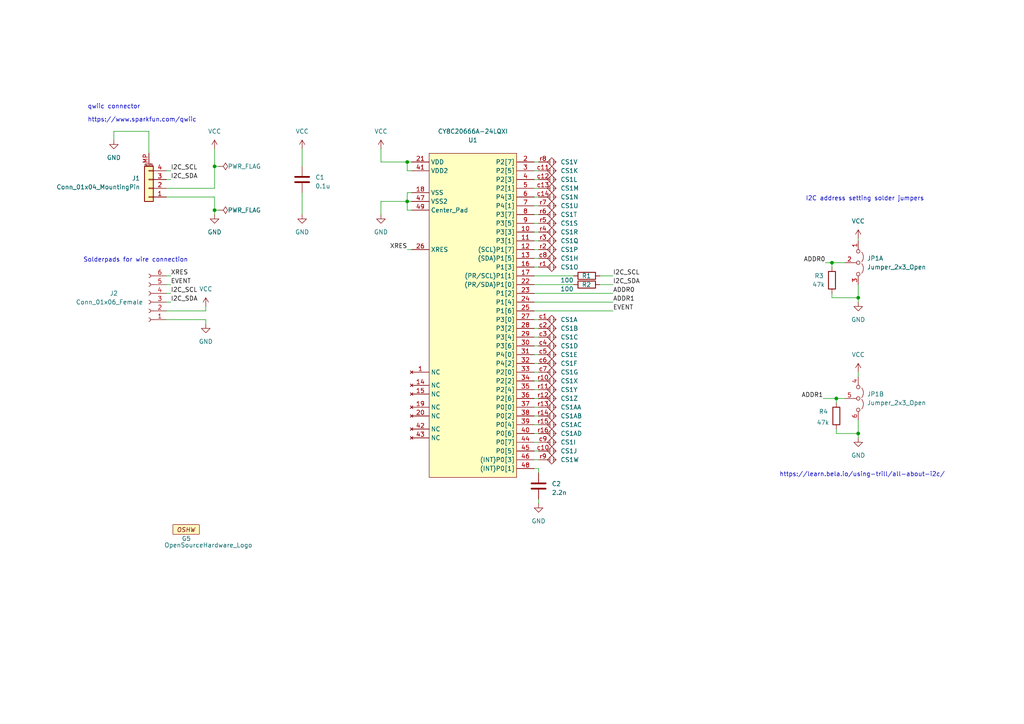
<source format=kicad_sch>
(kicad_sch (version 20230121) (generator eeschema)
  (paper "A4")
  (title_block (title "TRILL-HEX") (date "2022-10-30") (rev "C3") (company "BELA / Augmented Instrumenst Ltd.") (comment 1 "https://bela.io"))
  (lib_symbols
    (symbol "Bela:TRILL_HEX-14x16_CapSense" (in_bom no)
      (property "Reference" "CS" (at 4.699 -0.127 0))
      (symbol "TRILL_HEX-14x16_CapSense_1_1"
        (pin input line (at -2.54 0 0) (length 2.54) (name "") (number "c1"))
      )
      (symbol "TRILL_HEX-14x16_CapSense_2_1"
        (pin input line (at -2.54 0 0) (length 2.54) (name "") (number "c2"))
      )
      (symbol "TRILL_HEX-14x16_CapSense_3_1"
        (pin input line (at -2.54 0 0) (length 2.54) (name "") (number "c3"))
      )
      (symbol "TRILL_HEX-14x16_CapSense_4_1"
        (pin input line (at -2.54 0 0) (length 2.54) (name "") (number "c4"))
      )
      (symbol "TRILL_HEX-14x16_CapSense_5_1"
        (pin input line (at -2.54 0 0) (length 2.54) (name "") (number "c5"))
      )
      (symbol "TRILL_HEX-14x16_CapSense_6_1"
        (pin input line (at -2.54 0 0) (length 2.54) (name "") (number "c6"))
      )
      (symbol "TRILL_HEX-14x16_CapSense_7_1"
        (pin input line (at -2.54 0 0) (length 2.54) (name "") (number "c7"))
      )
      (symbol "TRILL_HEX-14x16_CapSense_8_1"
        (pin input line (at -2.54 0 0) (length 2.54) (name "") (number "c8"))
      )
      (symbol "TRILL_HEX-14x16_CapSense_9_1"
        (pin input line (at -2.54 0 0) (length 2.54) (name "") (number "c9"))
      )
      (symbol "TRILL_HEX-14x16_CapSense_10_1"
        (pin input line (at -2.54 0 0) (length 2.54) (name "") (number "c10"))
      )
      (symbol "TRILL_HEX-14x16_CapSense_11_1"
        (pin input line (at -2.54 0 0) (length 2.54) (name "") (number "c11"))
      )
      (symbol "TRILL_HEX-14x16_CapSense_12_1"
        (pin input line (at -2.54 0 0) (length 2.54) (name "") (number "c12"))
      )
      (symbol "TRILL_HEX-14x16_CapSense_13_1"
        (pin input line (at -2.54 0 0) (length 2.54) (name "") (number "c13"))
      )
      (symbol "TRILL_HEX-14x16_CapSense_14_1"
        (pin input line (at -2.54 0 0) (length 2.54) (name "") (number "c14"))
      )
      (symbol "TRILL_HEX-14x16_CapSense_15_1"
        (pin input line (at -2.54 0 0) (length 2.54) (name "") (number "r1"))
      )
      (symbol "TRILL_HEX-14x16_CapSense_16_1"
        (pin input line (at -2.54 0 0) (length 2.54) (name "") (number "r2"))
      )
      (symbol "TRILL_HEX-14x16_CapSense_17_1"
        (pin input line (at -2.54 0 0) (length 2.54) (name "") (number "r3"))
      )
      (symbol "TRILL_HEX-14x16_CapSense_18_1"
        (pin input line (at -2.54 0 0) (length 2.54) (name "") (number "r4"))
      )
      (symbol "TRILL_HEX-14x16_CapSense_19_1"
        (pin input line (at -2.54 0 0) (length 2.54) (name "") (number "r5"))
      )
      (symbol "TRILL_HEX-14x16_CapSense_20_1"
        (pin input line (at -2.54 0 0) (length 2.54) (name "") (number "r6"))
      )
      (symbol "TRILL_HEX-14x16_CapSense_21_1"
        (pin input line (at -2.54 0 0) (length 2.54) (name "") (number "r7"))
      )
      (symbol "TRILL_HEX-14x16_CapSense_22_1"
        (pin input line (at -2.54 0 0) (length 2.54) (name "") (number "r8"))
      )
      (symbol "TRILL_HEX-14x16_CapSense_23_1"
        (pin input line (at -2.54 0 0) (length 2.54) (name "") (number "r9"))
      )
      (symbol "TRILL_HEX-14x16_CapSense_24_1"
        (pin input line (at -2.54 0 0) (length 2.54) (name "") (number "r10"))
      )
      (symbol "TRILL_HEX-14x16_CapSense_25_1"
        (pin input line (at -2.54 0 0) (length 2.54) (name "") (number "r11"))
      )
      (symbol "TRILL_HEX-14x16_CapSense_26_1"
        (pin input line (at -2.54 0 0) (length 2.54) (name "") (number "r12"))
      )
      (symbol "TRILL_HEX-14x16_CapSense_27_1"
        (pin input line (at -2.54 0 0) (length 2.54) (name "") (number "r13"))
      )
      (symbol "TRILL_HEX-14x16_CapSense_28_1"
        (pin input line (at -2.54 0 0) (length 2.54) (name "") (number "r14"))
      )
      (symbol "TRILL_HEX-14x16_CapSense_29_1"
        (pin input line (at -2.54 0 0) (length 2.54) (name "") (number "r16"))
      )
      (symbol "TRILL_HEX-14x16_CapSense_30_1"
        (pin input line (at -2.54 0 0) (length 2.54) (name "") (number "r16"))
      )
    )
    (symbol "Connector:Conn_01x06_Female" (pin_names (offset 1.016) hide)
      (property "Reference" "J" (at 0 7.62 0))
      (property "Value" "Conn_01x06_Female" (at 0 -10.16 0))
      (symbol "Conn_01x06_Female_1_1"
        (pin passive line (at -5.08 5.08 0) (length 3.81) (name "Pin_1") (number "1"))
        (pin passive line (at -5.08 2.54 0) (length 3.81) (name "Pin_2") (number "2"))
        (pin passive line (at -5.08 0 0) (length 3.81) (name "Pin_3") (number "3"))
        (pin passive line (at -5.08 -2.54 0) (length 3.81) (name "Pin_4") (number "4"))
        (pin passive line (at -5.08 -5.08 0) (length 3.81) (name "Pin_5") (number "5"))
        (pin passive line (at -5.08 -7.62 0) (length 3.81) (name "Pin_6") (number "6"))
      )
    )
    (symbol "Connector_Generic_MountingPin:Conn_01x04_MountingPin" (pin_names (offset 1.016) hide)
      (property "Reference" "J" (at 0 5.08 0))
      (property "Value" "Conn_01x04_MountingPin" (at 1.27 -7.62 0))
      (symbol "Conn_01x04_MountingPin_1_1"
        (text "Mounting" (at 0 -6.731 0) (effects (font (size 0.381 0.381))))
        (pin passive line (at -5.08 2.54 0) (length 3.81) (name "Pin_1") (number "1"))
        (pin passive line (at -5.08 0 0) (length 3.81) (name "Pin_2") (number "2"))
        (pin passive line (at -5.08 -2.54 0) (length 3.81) (name "Pin_3") (number "3"))
        (pin passive line (at -5.08 -5.08 0) (length 3.81) (name "Pin_4") (number "4"))
        (pin passive line (at 0 -10.16 90) (length 3.048) (name "MountPin") (number "MP"))
      )
    )
    (symbol "Device:C" (pin_numbers hide) (pin_names (offset 0.254))
      (property "Reference" "C" (at 0.635 2.54 0))
      (property "Value" "C" (at 0.635 -2.54 0))
      (symbol "C_1_1"
        (pin passive line (at 0 3.81 270) (length 2.794) (name "~") (number "1"))
        (pin passive line (at 0 -3.81 90) (length 2.794) (name "~") (number "2"))
      )
    )
    (symbol "Device:R" (pin_numbers hide) (pin_names (offset 0))
      (property "Reference" "R" (at 2.032 0 90))
      (property "Value" "R" (at 0 0 90))
      (symbol "R_1_1"
        (pin passive line (at 0 3.81 270) (length 1.27) (name "~") (number "1"))
        (pin passive line (at 0 -3.81 90) (length 1.27) (name "~") (number "2"))
      )
    )
    (symbol "TRILL:CY8C206X6A"
      (property "Reference" "U" (at 0 -53.34 0))
      (property "Value" "CY8C206X6A" (at 0 -50.8 0))
      (symbol "CY8C206X6A_1_0"
        (pin no_connect line (at -17.78 -17.78 0) (length 5.08) (name "NC") (number "1"))
        (pin bidirectional line (at 17.78 22.86 180) (length 5.08) (name "P3[3]") (number "10"))
        (pin bidirectional line (at 17.78 20.32 180) (length 5.08) (name "P3[1]") (number "11"))
        (pin bidirectional line (at 17.78 17.78 180) (length 5.08) (name "(SCL)P1[7]") (number "12"))
        (pin bidirectional line (at 17.78 15.24 180) (length 5.08) (name "(SDA)P1[5]") (number "13"))
        (pin no_connect line (at -17.78 -21.59 0) (length 5.08) (name "NC") (number "14"))
        (pin no_connect line (at -17.78 -24.13 0) (length 5.08) (name "NC") (number "15"))
        (pin bidirectional line (at 17.78 12.7 180) (length 5.08) (name "P1[3]") (number "16"))
        (pin bidirectional line (at 17.78 10.16 180) (length 5.08) (name "(PR/SCL)P1[1]") (number "17"))
        (pin power_in line (at -17.78 34.29 0) (length 5.08) (name "VSS") (number "18"))
        (pin no_connect line (at -17.78 -27.94 0) (length 5.08) (name "NC") (number "19"))
        (pin bidirectional line (at 17.78 43.18 180) (length 5.08) (name "P2[7]") (number "2"))
        (pin no_connect line (at -17.78 -30.48 0) (length 5.08) (name "NC") (number "20"))
        (pin power_in line (at -17.78 43.18 0) (length 5.08) (name "VDD") (number "21"))
        (pin bidirectional line (at 17.78 7.62 180) (length 5.08) (name "(PR/SDA)P1[0]") (number "22"))
        (pin bidirectional line (at 17.78 5.08 180) (length 5.08) (name "P1[2]") (number "23"))
        (pin bidirectional line (at 17.78 2.54 180) (length 5.08) (name "P1[4]") (number "24"))
        (pin bidirectional line (at 17.78 0 180) (length 5.08) (name "P1[6]") (number "25"))
        (pin input line (at -17.78 17.78 0) (length 5.08) (name "XRES") (number "26"))
        (pin bidirectional line (at 17.78 -2.54 180) (length 5.08) (name "P3[0]") (number "27"))
        (pin bidirectional line (at 17.78 -5.08 180) (length 5.08) (name "P3[2]") (number "28"))
        (pin bidirectional line (at 17.78 -7.62 180) (length 5.08) (name "P3[4]") (number "29"))
        (pin bidirectional line (at 17.78 40.64 180) (length 5.08) (name "P2[5]") (number "3"))
        (pin bidirectional line (at 17.78 -10.16 180) (length 5.08) (name "P3[6]") (number "30"))
        (pin bidirectional line (at 17.78 -12.7 180) (length 5.08) (name "P4[0]") (number "31"))
        (pin bidirectional line (at 17.78 -15.24 180) (length 5.08) (name "P4[2]") (number "32"))
        (pin bidirectional line (at 17.78 -17.78 180) (length 5.08) (name "P2[0]") (number "33"))
        (pin bidirectional line (at 17.78 -20.32 180) (length 5.08) (name "P2[2]") (number "34"))
        (pin bidirectional line (at 17.78 -22.86 180) (length 5.08) (name "P2[4]") (number "35"))
        (pin bidirectional line (at 17.78 -25.4 180) (length 5.08) (name "P2[6]") (number "36"))
        (pin bidirectional line (at 17.78 -27.94 180) (length 5.08) (name "P0[0]") (number "37"))
        (pin bidirectional line (at 17.78 -30.48 180) (length 5.08) (name "P0[2]") (number "38"))
        (pin bidirectional line (at 17.78 -33.02 180) (length 5.08) (name "P0[4]") (number "39"))
        (pin bidirectional line (at 17.78 38.1 180) (length 5.08) (name "P2[3]") (number "4"))
        (pin bidirectional line (at 17.78 -35.56 180) (length 5.08) (name "P0[6]") (number "40"))
        (pin power_in line (at -17.78 40.64 0) (length 5.08) (name "VDD2") (number "41"))
        (pin no_connect line (at -17.78 -34.29 0) (length 5.08) (name "NC") (number "42"))
        (pin no_connect line (at -17.78 -36.83 0) (length 5.08) (name "NC") (number "43"))
        (pin bidirectional line (at 17.78 -38.1 180) (length 5.08) (name "P0[7]") (number "44"))
        (pin bidirectional line (at 17.78 -40.64 180) (length 5.08) (name "P0[5]") (number "45"))
        (pin bidirectional line (at 17.78 -43.18 180) (length 5.08) (name "(INT)P0[3]") (number "46"))
        (pin power_in line (at -17.78 31.75 0) (length 5.08) (name "VSS2") (number "47"))
        (pin bidirectional line (at 17.78 -45.72 180) (length 5.08) (name "(INT)P0[1]") (number "48"))
        (pin power_in line (at -17.78 29.21 0) (length 5.08) (name "Center_Pad") (number "49"))
        (pin bidirectional line (at 17.78 35.56 180) (length 5.08) (name "P2[1]") (number "5"))
        (pin bidirectional line (at 17.78 33.02 180) (length 5.08) (name "P4[3]") (number "6"))
        (pin bidirectional line (at 17.78 30.48 180) (length 5.08) (name "P4[1]") (number "7"))
        (pin bidirectional line (at 17.78 27.94 180) (length 5.08) (name "P3[7]") (number "8"))
        (pin bidirectional line (at 17.78 25.4 180) (length 5.08) (name "P3[5]") (number "9"))
      )
    )
    (symbol "TRILL:Jumper_2x3_Open" (pin_names (offset 0) hide)
      (property "Reference" "JP" (at -2.54 -2.54 0))
      (property "Value" "Jumper_2x3_Open" (at 0 2.794 0))
      (symbol "Jumper_2x3_Open_1_1"
        (pin passive line (at -6.35 0 0) (length 2.54) (name "A") (number "1"))
        (pin passive line (at 0 -3.81 90) (length 2.54) (name "C") (number "2"))
        (pin passive line (at 6.35 0 180) (length 2.54) (name "B") (number "3"))
      )
      (symbol "Jumper_2x3_Open_2_1"
        (pin passive line (at -6.35 0 0) (length 2.54) (name "A") (number "4"))
        (pin passive line (at 0 -3.81 90) (length 2.54) (name "A") (number "5"))
        (pin passive line (at 6.35 0 180) (length 2.54) (name "B") (number "6"))
      )
    )
    (symbol "TRILL:OpenSourceHardware_Logo" (pin_numbers hide) (pin_names (offset 0) hide) (in_bom no)
      (property "Reference" "G" (at 0 0 0))
      (property "Value" "OpenSourceHardware_Logo" (at 0.0508 1.9812 0))
      (symbol "OpenSourceHardware_Logo_0_0"
        (text "" (at -8.2804 -10.668 0) (effects (font (size 1.27 1.27))))
        (text "" (at -5.3594 -2.286 0) (effects (font (size 1.27 1.27))))
        (text "OSHW" (at 0 6.35 0) (effects (font (size 1.27 1.27) italic)))
      )
    )
    (symbol "TRILL_HEX-14x16_CapSense_1" (in_bom no)
      (property "Reference" "CS" (at 4.699 -0.127 0))
      (symbol "TRILL_HEX-14x16_CapSense_1_1_1"
        (pin input line (at -2.54 0 0) (length 2.54) (name "") (number "c1"))
      )
      (symbol "TRILL_HEX-14x16_CapSense_1_2_1"
        (pin input line (at -2.54 0 0) (length 2.54) (name "") (number "c2"))
      )
      (symbol "TRILL_HEX-14x16_CapSense_1_3_1"
        (pin input line (at -2.54 0 0) (length 2.54) (name "") (number "c3"))
      )
      (symbol "TRILL_HEX-14x16_CapSense_1_4_1"
        (pin input line (at -2.54 0 0) (length 2.54) (name "") (number "c4"))
      )
      (symbol "TRILL_HEX-14x16_CapSense_1_5_1"
        (pin input line (at -2.54 0 0) (length 2.54) (name "") (number "c5"))
      )
      (symbol "TRILL_HEX-14x16_CapSense_1_6_1"
        (pin input line (at -2.54 0 0) (length 2.54) (name "") (number "c6"))
      )
      (symbol "TRILL_HEX-14x16_CapSense_1_7_1"
        (pin input line (at -2.54 0 0) (length 2.54) (name "") (number "c7"))
      )
      (symbol "TRILL_HEX-14x16_CapSense_1_8_1"
        (pin input line (at -2.54 0 0) (length 2.54) (name "") (number "c8"))
      )
      (symbol "TRILL_HEX-14x16_CapSense_1_9_1"
        (pin input line (at -2.54 0 0) (length 2.54) (name "") (number "c9"))
      )
      (symbol "TRILL_HEX-14x16_CapSense_1_10_1"
        (pin input line (at -2.54 0 0) (length 2.54) (name "") (number "c10"))
      )
      (symbol "TRILL_HEX-14x16_CapSense_1_11_1"
        (pin input line (at -2.54 0 0) (length 2.54) (name "") (number "c11"))
      )
      (symbol "TRILL_HEX-14x16_CapSense_1_12_1"
        (pin input line (at -2.54 0 0) (length 2.54) (name "") (number "c12"))
      )
      (symbol "TRILL_HEX-14x16_CapSense_1_13_1"
        (pin input line (at -2.54 0 0) (length 2.54) (name "") (number "c13"))
      )
      (symbol "TRILL_HEX-14x16_CapSense_1_14_1"
        (pin input line (at -2.54 0 0) (length 2.54) (name "") (number "c14"))
      )
      (symbol "TRILL_HEX-14x16_CapSense_1_15_1"
        (pin input line (at -2.54 0 0) (length 2.54) (name "") (number "r1"))
      )
      (symbol "TRILL_HEX-14x16_CapSense_1_16_1"
        (pin input line (at -2.54 0 0) (length 2.54) (name "") (number "r2"))
      )
      (symbol "TRILL_HEX-14x16_CapSense_1_17_1"
        (pin input line (at -2.54 0 0) (length 2.54) (name "") (number "r3"))
      )
      (symbol "TRILL_HEX-14x16_CapSense_1_18_1"
        (pin input line (at -2.54 0 0) (length 2.54) (name "") (number "r4"))
      )
      (symbol "TRILL_HEX-14x16_CapSense_1_19_1"
        (pin input line (at -2.54 0 0) (length 2.54) (name "") (number "r5"))
      )
      (symbol "TRILL_HEX-14x16_CapSense_1_20_1"
        (pin input line (at -2.54 0 0) (length 2.54) (name "") (number "r6"))
      )
      (symbol "TRILL_HEX-14x16_CapSense_1_21_1"
        (pin input line (at -2.54 0 0) (length 2.54) (name "") (number "r7"))
      )
      (symbol "TRILL_HEX-14x16_CapSense_1_22_1"
        (pin input line (at -2.54 0 0) (length 2.54) (name "") (number "r8"))
      )
      (symbol "TRILL_HEX-14x16_CapSense_1_23_1"
        (pin input line (at -2.54 0 0) (length 2.54) (name "") (number "r9"))
      )
      (symbol "TRILL_HEX-14x16_CapSense_1_24_1"
        (pin input line (at -2.54 0 0) (length 2.54) (name "") (number "r10"))
      )
      (symbol "TRILL_HEX-14x16_CapSense_1_25_1"
        (pin input line (at -2.54 0 0) (length 2.54) (name "") (number "r11"))
      )
      (symbol "TRILL_HEX-14x16_CapSense_1_26_1"
        (pin input line (at -2.54 0 0) (length 2.54) (name "") (number "r12"))
      )
      (symbol "TRILL_HEX-14x16_CapSense_1_27_1"
        (pin input line (at -2.54 0 0) (length 2.54) (name "") (number "r13"))
      )
      (symbol "TRILL_HEX-14x16_CapSense_1_28_1"
        (pin input line (at -2.54 0 0) (length 2.54) (name "") (number "r14"))
      )
      (symbol "TRILL_HEX-14x16_CapSense_1_29_1"
        (pin input line (at -2.54 0 0) (length 2.54) (name "") (number "r16"))
      )
      (symbol "TRILL_HEX-14x16_CapSense_1_30_1"
        (pin input line (at -2.54 0 0) (length 2.54) (name "") (number "r16"))
      )
    )
    (symbol "TRILL_HEX-14x16_CapSense_10" (in_bom no)
      (property "Reference" "CS" (at 4.699 -0.127 0))
      (symbol "TRILL_HEX-14x16_CapSense_10_1_1"
        (pin input line (at -2.54 0 0) (length 2.54) (name "") (number "c1"))
      )
      (symbol "TRILL_HEX-14x16_CapSense_10_2_1"
        (pin input line (at -2.54 0 0) (length 2.54) (name "") (number "c2"))
      )
      (symbol "TRILL_HEX-14x16_CapSense_10_3_1"
        (pin input line (at -2.54 0 0) (length 2.54) (name "") (number "c3"))
      )
      (symbol "TRILL_HEX-14x16_CapSense_10_4_1"
        (pin input line (at -2.54 0 0) (length 2.54) (name "") (number "c4"))
      )
      (symbol "TRILL_HEX-14x16_CapSense_10_5_1"
        (pin input line (at -2.54 0 0) (length 2.54) (name "") (number "c5"))
      )
      (symbol "TRILL_HEX-14x16_CapSense_10_6_1"
        (pin input line (at -2.54 0 0) (length 2.54) (name "") (number "c6"))
      )
      (symbol "TRILL_HEX-14x16_CapSense_10_7_1"
        (pin input line (at -2.54 0 0) (length 2.54) (name "") (number "c7"))
      )
      (symbol "TRILL_HEX-14x16_CapSense_10_8_1"
        (pin input line (at -2.54 0 0) (length 2.54) (name "") (number "c8"))
      )
      (symbol "TRILL_HEX-14x16_CapSense_10_9_1"
        (pin input line (at -2.54 0 0) (length 2.54) (name "") (number "c9"))
      )
      (symbol "TRILL_HEX-14x16_CapSense_10_10_1"
        (pin input line (at -2.54 0 0) (length 2.54) (name "") (number "c10"))
      )
      (symbol "TRILL_HEX-14x16_CapSense_10_11_1"
        (pin input line (at -2.54 0 0) (length 2.54) (name "") (number "c11"))
      )
      (symbol "TRILL_HEX-14x16_CapSense_10_12_1"
        (pin input line (at -2.54 0 0) (length 2.54) (name "") (number "c12"))
      )
      (symbol "TRILL_HEX-14x16_CapSense_10_13_1"
        (pin input line (at -2.54 0 0) (length 2.54) (name "") (number "c13"))
      )
      (symbol "TRILL_HEX-14x16_CapSense_10_14_1"
        (pin input line (at -2.54 0 0) (length 2.54) (name "") (number "c14"))
      )
      (symbol "TRILL_HEX-14x16_CapSense_10_15_1"
        (pin input line (at -2.54 0 0) (length 2.54) (name "") (number "r1"))
      )
      (symbol "TRILL_HEX-14x16_CapSense_10_16_1"
        (pin input line (at -2.54 0 0) (length 2.54) (name "") (number "r2"))
      )
      (symbol "TRILL_HEX-14x16_CapSense_10_17_1"
        (pin input line (at -2.54 0 0) (length 2.54) (name "") (number "r3"))
      )
      (symbol "TRILL_HEX-14x16_CapSense_10_18_1"
        (pin input line (at -2.54 0 0) (length 2.54) (name "") (number "r4"))
      )
      (symbol "TRILL_HEX-14x16_CapSense_10_19_1"
        (pin input line (at -2.54 0 0) (length 2.54) (name "") (number "r5"))
      )
      (symbol "TRILL_HEX-14x16_CapSense_10_20_1"
        (pin input line (at -2.54 0 0) (length 2.54) (name "") (number "r6"))
      )
      (symbol "TRILL_HEX-14x16_CapSense_10_21_1"
        (pin input line (at -2.54 0 0) (length 2.54) (name "") (number "r7"))
      )
      (symbol "TRILL_HEX-14x16_CapSense_10_22_1"
        (pin input line (at -2.54 0 0) (length 2.54) (name "") (number "r8"))
      )
      (symbol "TRILL_HEX-14x16_CapSense_10_23_1"
        (pin input line (at -2.54 0 0) (length 2.54) (name "") (number "r9"))
      )
      (symbol "TRILL_HEX-14x16_CapSense_10_24_1"
        (pin input line (at -2.54 0 0) (length 2.54) (name "") (number "r10"))
      )
      (symbol "TRILL_HEX-14x16_CapSense_10_25_1"
        (pin input line (at -2.54 0 0) (length 2.54) (name "") (number "r11"))
      )
      (symbol "TRILL_HEX-14x16_CapSense_10_26_1"
        (pin input line (at -2.54 0 0) (length 2.54) (name "") (number "r12"))
      )
      (symbol "TRILL_HEX-14x16_CapSense_10_27_1"
        (pin input line (at -2.54 0 0) (length 2.54) (name "") (number "r13"))
      )
      (symbol "TRILL_HEX-14x16_CapSense_10_28_1"
        (pin input line (at -2.54 0 0) (length 2.54) (name "") (number "r14"))
      )
      (symbol "TRILL_HEX-14x16_CapSense_10_29_1"
        (pin input line (at -2.54 0 0) (length 2.54) (name "") (number "r16"))
      )
      (symbol "TRILL_HEX-14x16_CapSense_10_30_1"
        (pin input line (at -2.54 0 0) (length 2.54) (name "") (number "r16"))
      )
    )
    (symbol "TRILL_HEX-14x16_CapSense_11" (in_bom no)
      (property "Reference" "CS" (at 4.699 -0.127 0))
      (symbol "TRILL_HEX-14x16_CapSense_11_1_1"
        (pin input line (at -2.54 0 0) (length 2.54) (name "") (number "c1"))
      )
      (symbol "TRILL_HEX-14x16_CapSense_11_2_1"
        (pin input line (at -2.54 0 0) (length 2.54) (name "") (number "c2"))
      )
      (symbol "TRILL_HEX-14x16_CapSense_11_3_1"
        (pin input line (at -2.54 0 0) (length 2.54) (name "") (number "c3"))
      )
      (symbol "TRILL_HEX-14x16_CapSense_11_4_1"
        (pin input line (at -2.54 0 0) (length 2.54) (name "") (number "c4"))
      )
      (symbol "TRILL_HEX-14x16_CapSense_11_5_1"
        (pin input line (at -2.54 0 0) (length 2.54) (name "") (number "c5"))
      )
      (symbol "TRILL_HEX-14x16_CapSense_11_6_1"
        (pin input line (at -2.54 0 0) (length 2.54) (name "") (number "c6"))
      )
      (symbol "TRILL_HEX-14x16_CapSense_11_7_1"
        (pin input line (at -2.54 0 0) (length 2.54) (name "") (number "c7"))
      )
      (symbol "TRILL_HEX-14x16_CapSense_11_8_1"
        (pin input line (at -2.54 0 0) (length 2.54) (name "") (number "c8"))
      )
      (symbol "TRILL_HEX-14x16_CapSense_11_9_1"
        (pin input line (at -2.54 0 0) (length 2.54) (name "") (number "c9"))
      )
      (symbol "TRILL_HEX-14x16_CapSense_11_10_1"
        (pin input line (at -2.54 0 0) (length 2.54) (name "") (number "c10"))
      )
      (symbol "TRILL_HEX-14x16_CapSense_11_11_1"
        (pin input line (at -2.54 0 0) (length 2.54) (name "") (number "c11"))
      )
      (symbol "TRILL_HEX-14x16_CapSense_11_12_1"
        (pin input line (at -2.54 0 0) (length 2.54) (name "") (number "c12"))
      )
      (symbol "TRILL_HEX-14x16_CapSense_11_13_1"
        (pin input line (at -2.54 0 0) (length 2.54) (name "") (number "c13"))
      )
      (symbol "TRILL_HEX-14x16_CapSense_11_14_1"
        (pin input line (at -2.54 0 0) (length 2.54) (name "") (number "c14"))
      )
      (symbol "TRILL_HEX-14x16_CapSense_11_15_1"
        (pin input line (at -2.54 0 0) (length 2.54) (name "") (number "r1"))
      )
      (symbol "TRILL_HEX-14x16_CapSense_11_16_1"
        (pin input line (at -2.54 0 0) (length 2.54) (name "") (number "r2"))
      )
      (symbol "TRILL_HEX-14x16_CapSense_11_17_1"
        (pin input line (at -2.54 0 0) (length 2.54) (name "") (number "r3"))
      )
      (symbol "TRILL_HEX-14x16_CapSense_11_18_1"
        (pin input line (at -2.54 0 0) (length 2.54) (name "") (number "r4"))
      )
      (symbol "TRILL_HEX-14x16_CapSense_11_19_1"
        (pin input line (at -2.54 0 0) (length 2.54) (name "") (number "r5"))
      )
      (symbol "TRILL_HEX-14x16_CapSense_11_20_1"
        (pin input line (at -2.54 0 0) (length 2.54) (name "") (number "r6"))
      )
      (symbol "TRILL_HEX-14x16_CapSense_11_21_1"
        (pin input line (at -2.54 0 0) (length 2.54) (name "") (number "r7"))
      )
      (symbol "TRILL_HEX-14x16_CapSense_11_22_1"
        (pin input line (at -2.54 0 0) (length 2.54) (name "") (number "r8"))
      )
      (symbol "TRILL_HEX-14x16_CapSense_11_23_1"
        (pin input line (at -2.54 0 0) (length 2.54) (name "") (number "r9"))
      )
      (symbol "TRILL_HEX-14x16_CapSense_11_24_1"
        (pin input line (at -2.54 0 0) (length 2.54) (name "") (number "r10"))
      )
      (symbol "TRILL_HEX-14x16_CapSense_11_25_1"
        (pin input line (at -2.54 0 0) (length 2.54) (name "") (number "r11"))
      )
      (symbol "TRILL_HEX-14x16_CapSense_11_26_1"
        (pin input line (at -2.54 0 0) (length 2.54) (name "") (number "r12"))
      )
      (symbol "TRILL_HEX-14x16_CapSense_11_27_1"
        (pin input line (at -2.54 0 0) (length 2.54) (name "") (number "r13"))
      )
      (symbol "TRILL_HEX-14x16_CapSense_11_28_1"
        (pin input line (at -2.54 0 0) (length 2.54) (name "") (number "r14"))
      )
      (symbol "TRILL_HEX-14x16_CapSense_11_29_1"
        (pin input line (at -2.54 0 0) (length 2.54) (name "") (number "r16"))
      )
      (symbol "TRILL_HEX-14x16_CapSense_11_30_1"
        (pin input line (at -2.54 0 0) (length 2.54) (name "") (number "r16"))
      )
    )
    (symbol "TRILL_HEX-14x16_CapSense_12" (in_bom no)
      (property "Reference" "CS" (at 4.699 -0.127 0))
      (symbol "TRILL_HEX-14x16_CapSense_12_1_1"
        (pin input line (at -2.54 0 0) (length 2.54) (name "") (number "c1"))
      )
      (symbol "TRILL_HEX-14x16_CapSense_12_2_1"
        (pin input line (at -2.54 0 0) (length 2.54) (name "") (number "c2"))
      )
      (symbol "TRILL_HEX-14x16_CapSense_12_3_1"
        (pin input line (at -2.54 0 0) (length 2.54) (name "") (number "c3"))
      )
      (symbol "TRILL_HEX-14x16_CapSense_12_4_1"
        (pin input line (at -2.54 0 0) (length 2.54) (name "") (number "c4"))
      )
      (symbol "TRILL_HEX-14x16_CapSense_12_5_1"
        (pin input line (at -2.54 0 0) (length 2.54) (name "") (number "c5"))
      )
      (symbol "TRILL_HEX-14x16_CapSense_12_6_1"
        (pin input line (at -2.54 0 0) (length 2.54) (name "") (number "c6"))
      )
      (symbol "TRILL_HEX-14x16_CapSense_12_7_1"
        (pin input line (at -2.54 0 0) (length 2.54) (name "") (number "c7"))
      )
      (symbol "TRILL_HEX-14x16_CapSense_12_8_1"
        (pin input line (at -2.54 0 0) (length 2.54) (name "") (number "c8"))
      )
      (symbol "TRILL_HEX-14x16_CapSense_12_9_1"
        (pin input line (at -2.54 0 0) (length 2.54) (name "") (number "c9"))
      )
      (symbol "TRILL_HEX-14x16_CapSense_12_10_1"
        (pin input line (at -2.54 0 0) (length 2.54) (name "") (number "c10"))
      )
      (symbol "TRILL_HEX-14x16_CapSense_12_11_1"
        (pin input line (at -2.54 0 0) (length 2.54) (name "") (number "c11"))
      )
      (symbol "TRILL_HEX-14x16_CapSense_12_12_1"
        (pin input line (at -2.54 0 0) (length 2.54) (name "") (number "c12"))
      )
      (symbol "TRILL_HEX-14x16_CapSense_12_13_1"
        (pin input line (at -2.54 0 0) (length 2.54) (name "") (number "c13"))
      )
      (symbol "TRILL_HEX-14x16_CapSense_12_14_1"
        (pin input line (at -2.54 0 0) (length 2.54) (name "") (number "c14"))
      )
      (symbol "TRILL_HEX-14x16_CapSense_12_15_1"
        (pin input line (at -2.54 0 0) (length 2.54) (name "") (number "r1"))
      )
      (symbol "TRILL_HEX-14x16_CapSense_12_16_1"
        (pin input line (at -2.54 0 0) (length 2.54) (name "") (number "r2"))
      )
      (symbol "TRILL_HEX-14x16_CapSense_12_17_1"
        (pin input line (at -2.54 0 0) (length 2.54) (name "") (number "r3"))
      )
      (symbol "TRILL_HEX-14x16_CapSense_12_18_1"
        (pin input line (at -2.54 0 0) (length 2.54) (name "") (number "r4"))
      )
      (symbol "TRILL_HEX-14x16_CapSense_12_19_1"
        (pin input line (at -2.54 0 0) (length 2.54) (name "") (number "r5"))
      )
      (symbol "TRILL_HEX-14x16_CapSense_12_20_1"
        (pin input line (at -2.54 0 0) (length 2.54) (name "") (number "r6"))
      )
      (symbol "TRILL_HEX-14x16_CapSense_12_21_1"
        (pin input line (at -2.54 0 0) (length 2.54) (name "") (number "r7"))
      )
      (symbol "TRILL_HEX-14x16_CapSense_12_22_1"
        (pin input line (at -2.54 0 0) (length 2.54) (name "") (number "r8"))
      )
      (symbol "TRILL_HEX-14x16_CapSense_12_23_1"
        (pin input line (at -2.54 0 0) (length 2.54) (name "") (number "r9"))
      )
      (symbol "TRILL_HEX-14x16_CapSense_12_24_1"
        (pin input line (at -2.54 0 0) (length 2.54) (name "") (number "r10"))
      )
      (symbol "TRILL_HEX-14x16_CapSense_12_25_1"
        (pin input line (at -2.54 0 0) (length 2.54) (name "") (number "r11"))
      )
      (symbol "TRILL_HEX-14x16_CapSense_12_26_1"
        (pin input line (at -2.54 0 0) (length 2.54) (name "") (number "r12"))
      )
      (symbol "TRILL_HEX-14x16_CapSense_12_27_1"
        (pin input line (at -2.54 0 0) (length 2.54) (name "") (number "r13"))
      )
      (symbol "TRILL_HEX-14x16_CapSense_12_28_1"
        (pin input line (at -2.54 0 0) (length 2.54) (name "") (number "r14"))
      )
      (symbol "TRILL_HEX-14x16_CapSense_12_29_1"
        (pin input line (at -2.54 0 0) (length 2.54) (name "") (number "r16"))
      )
      (symbol "TRILL_HEX-14x16_CapSense_12_30_1"
        (pin input line (at -2.54 0 0) (length 2.54) (name "") (number "r16"))
      )
    )
    (symbol "TRILL_HEX-14x16_CapSense_13" (in_bom no)
      (property "Reference" "CS" (at 4.699 -0.127 0))
      (symbol "TRILL_HEX-14x16_CapSense_13_1_1"
        (pin input line (at -2.54 0 0) (length 2.54) (name "") (number "c1"))
      )
      (symbol "TRILL_HEX-14x16_CapSense_13_2_1"
        (pin input line (at -2.54 0 0) (length 2.54) (name "") (number "c2"))
      )
      (symbol "TRILL_HEX-14x16_CapSense_13_3_1"
        (pin input line (at -2.54 0 0) (length 2.54) (name "") (number "c3"))
      )
      (symbol "TRILL_HEX-14x16_CapSense_13_4_1"
        (pin input line (at -2.54 0 0) (length 2.54) (name "") (number "c4"))
      )
      (symbol "TRILL_HEX-14x16_CapSense_13_5_1"
        (pin input line (at -2.54 0 0) (length 2.54) (name "") (number "c5"))
      )
      (symbol "TRILL_HEX-14x16_CapSense_13_6_1"
        (pin input line (at -2.54 0 0) (length 2.54) (name "") (number "c6"))
      )
      (symbol "TRILL_HEX-14x16_CapSense_13_7_1"
        (pin input line (at -2.54 0 0) (length 2.54) (name "") (number "c7"))
      )
      (symbol "TRILL_HEX-14x16_CapSense_13_8_1"
        (pin input line (at -2.54 0 0) (length 2.54) (name "") (number "c8"))
      )
      (symbol "TRILL_HEX-14x16_CapSense_13_9_1"
        (pin input line (at -2.54 0 0) (length 2.54) (name "") (number "c9"))
      )
      (symbol "TRILL_HEX-14x16_CapSense_13_10_1"
        (pin input line (at -2.54 0 0) (length 2.54) (name "") (number "c10"))
      )
      (symbol "TRILL_HEX-14x16_CapSense_13_11_1"
        (pin input line (at -2.54 0 0) (length 2.54) (name "") (number "c11"))
      )
      (symbol "TRILL_HEX-14x16_CapSense_13_12_1"
        (pin input line (at -2.54 0 0) (length 2.54) (name "") (number "c12"))
      )
      (symbol "TRILL_HEX-14x16_CapSense_13_13_1"
        (pin input line (at -2.54 0 0) (length 2.54) (name "") (number "c13"))
      )
      (symbol "TRILL_HEX-14x16_CapSense_13_14_1"
        (pin input line (at -2.54 0 0) (length 2.54) (name "") (number "c14"))
      )
      (symbol "TRILL_HEX-14x16_CapSense_13_15_1"
        (pin input line (at -2.54 0 0) (length 2.54) (name "") (number "r1"))
      )
      (symbol "TRILL_HEX-14x16_CapSense_13_16_1"
        (pin input line (at -2.54 0 0) (length 2.54) (name "") (number "r2"))
      )
      (symbol "TRILL_HEX-14x16_CapSense_13_17_1"
        (pin input line (at -2.54 0 0) (length 2.54) (name "") (number "r3"))
      )
      (symbol "TRILL_HEX-14x16_CapSense_13_18_1"
        (pin input line (at -2.54 0 0) (length 2.54) (name "") (number "r4"))
      )
      (symbol "TRILL_HEX-14x16_CapSense_13_19_1"
        (pin input line (at -2.54 0 0) (length 2.54) (name "") (number "r5"))
      )
      (symbol "TRILL_HEX-14x16_CapSense_13_20_1"
        (pin input line (at -2.54 0 0) (length 2.54) (name "") (number "r6"))
      )
      (symbol "TRILL_HEX-14x16_CapSense_13_21_1"
        (pin input line (at -2.54 0 0) (length 2.54) (name "") (number "r7"))
      )
      (symbol "TRILL_HEX-14x16_CapSense_13_22_1"
        (pin input line (at -2.54 0 0) (length 2.54) (name "") (number "r8"))
      )
      (symbol "TRILL_HEX-14x16_CapSense_13_23_1"
        (pin input line (at -2.54 0 0) (length 2.54) (name "") (number "r9"))
      )
      (symbol "TRILL_HEX-14x16_CapSense_13_24_1"
        (pin input line (at -2.54 0 0) (length 2.54) (name "") (number "r10"))
      )
      (symbol "TRILL_HEX-14x16_CapSense_13_25_1"
        (pin input line (at -2.54 0 0) (length 2.54) (name "") (number "r11"))
      )
      (symbol "TRILL_HEX-14x16_CapSense_13_26_1"
        (pin input line (at -2.54 0 0) (length 2.54) (name "") (number "r12"))
      )
      (symbol "TRILL_HEX-14x16_CapSense_13_27_1"
        (pin input line (at -2.54 0 0) (length 2.54) (name "") (number "r13"))
      )
      (symbol "TRILL_HEX-14x16_CapSense_13_28_1"
        (pin input line (at -2.54 0 0) (length 2.54) (name "") (number "r14"))
      )
      (symbol "TRILL_HEX-14x16_CapSense_13_29_1"
        (pin input line (at -2.54 0 0) (length 2.54) (name "") (number "r16"))
      )
      (symbol "TRILL_HEX-14x16_CapSense_13_30_1"
        (pin input line (at -2.54 0 0) (length 2.54) (name "") (number "r16"))
      )
    )
    (symbol "TRILL_HEX-14x16_CapSense_14" (in_bom no)
      (property "Reference" "CS" (at 4.699 -0.127 0))
      (symbol "TRILL_HEX-14x16_CapSense_14_1_1"
        (pin input line (at -2.54 0 0) (length 2.54) (name "") (number "c1"))
      )
      (symbol "TRILL_HEX-14x16_CapSense_14_2_1"
        (pin input line (at -2.54 0 0) (length 2.54) (name "") (number "c2"))
      )
      (symbol "TRILL_HEX-14x16_CapSense_14_3_1"
        (pin input line (at -2.54 0 0) (length 2.54) (name "") (number "c3"))
      )
      (symbol "TRILL_HEX-14x16_CapSense_14_4_1"
        (pin input line (at -2.54 0 0) (length 2.54) (name "") (number "c4"))
      )
      (symbol "TRILL_HEX-14x16_CapSense_14_5_1"
        (pin input line (at -2.54 0 0) (length 2.54) (name "") (number "c5"))
      )
      (symbol "TRILL_HEX-14x16_CapSense_14_6_1"
        (pin input line (at -2.54 0 0) (length 2.54) (name "") (number "c6"))
      )
      (symbol "TRILL_HEX-14x16_CapSense_14_7_1"
        (pin input line (at -2.54 0 0) (length 2.54) (name "") (number "c7"))
      )
      (symbol "TRILL_HEX-14x16_CapSense_14_8_1"
        (pin input line (at -2.54 0 0) (length 2.54) (name "") (number "c8"))
      )
      (symbol "TRILL_HEX-14x16_CapSense_14_9_1"
        (pin input line (at -2.54 0 0) (length 2.54) (name "") (number "c9"))
      )
      (symbol "TRILL_HEX-14x16_CapSense_14_10_1"
        (pin input line (at -2.54 0 0) (length 2.54) (name "") (number "c10"))
      )
      (symbol "TRILL_HEX-14x16_CapSense_14_11_1"
        (pin input line (at -2.54 0 0) (length 2.54) (name "") (number "c11"))
      )
      (symbol "TRILL_HEX-14x16_CapSense_14_12_1"
        (pin input line (at -2.54 0 0) (length 2.54) (name "") (number "c12"))
      )
      (symbol "TRILL_HEX-14x16_CapSense_14_13_1"
        (pin input line (at -2.54 0 0) (length 2.54) (name "") (number "c13"))
      )
      (symbol "TRILL_HEX-14x16_CapSense_14_14_1"
        (pin input line (at -2.54 0 0) (length 2.54) (name "") (number "c14"))
      )
      (symbol "TRILL_HEX-14x16_CapSense_14_15_1"
        (pin input line (at -2.54 0 0) (length 2.54) (name "") (number "r1"))
      )
      (symbol "TRILL_HEX-14x16_CapSense_14_16_1"
        (pin input line (at -2.54 0 0) (length 2.54) (name "") (number "r2"))
      )
      (symbol "TRILL_HEX-14x16_CapSense_14_17_1"
        (pin input line (at -2.54 0 0) (length 2.54) (name "") (number "r3"))
      )
      (symbol "TRILL_HEX-14x16_CapSense_14_18_1"
        (pin input line (at -2.54 0 0) (length 2.54) (name "") (number "r4"))
      )
      (symbol "TRILL_HEX-14x16_CapSense_14_19_1"
        (pin input line (at -2.54 0 0) (length 2.54) (name "") (number "r5"))
      )
      (symbol "TRILL_HEX-14x16_CapSense_14_20_1"
        (pin input line (at -2.54 0 0) (length 2.54) (name "") (number "r6"))
      )
      (symbol "TRILL_HEX-14x16_CapSense_14_21_1"
        (pin input line (at -2.54 0 0) (length 2.54) (name "") (number "r7"))
      )
      (symbol "TRILL_HEX-14x16_CapSense_14_22_1"
        (pin input line (at -2.54 0 0) (length 2.54) (name "") (number "r8"))
      )
      (symbol "TRILL_HEX-14x16_CapSense_14_23_1"
        (pin input line (at -2.54 0 0) (length 2.54) (name "") (number "r9"))
      )
      (symbol "TRILL_HEX-14x16_CapSense_14_24_1"
        (pin input line (at -2.54 0 0) (length 2.54) (name "") (number "r10"))
      )
      (symbol "TRILL_HEX-14x16_CapSense_14_25_1"
        (pin input line (at -2.54 0 0) (length 2.54) (name "") (number "r11"))
      )
      (symbol "TRILL_HEX-14x16_CapSense_14_26_1"
        (pin input line (at -2.54 0 0) (length 2.54) (name "") (number "r12"))
      )
      (symbol "TRILL_HEX-14x16_CapSense_14_27_1"
        (pin input line (at -2.54 0 0) (length 2.54) (name "") (number "r13"))
      )
      (symbol "TRILL_HEX-14x16_CapSense_14_28_1"
        (pin input line (at -2.54 0 0) (length 2.54) (name "") (number "r14"))
      )
      (symbol "TRILL_HEX-14x16_CapSense_14_29_1"
        (pin input line (at -2.54 0 0) (length 2.54) (name "") (number "r16"))
      )
      (symbol "TRILL_HEX-14x16_CapSense_14_30_1"
        (pin input line (at -2.54 0 0) (length 2.54) (name "") (number "r16"))
      )
    )
    (symbol "TRILL_HEX-14x16_CapSense_15" (in_bom no)
      (property "Reference" "CS" (at 4.699 -0.127 0))
      (symbol "TRILL_HEX-14x16_CapSense_15_1_1"
        (pin input line (at -2.54 0 0) (length 2.54) (name "") (number "c1"))
      )
      (symbol "TRILL_HEX-14x16_CapSense_15_2_1"
        (pin input line (at -2.54 0 0) (length 2.54) (name "") (number "c2"))
      )
      (symbol "TRILL_HEX-14x16_CapSense_15_3_1"
        (pin input line (at -2.54 0 0) (length 2.54) (name "") (number "c3"))
      )
      (symbol "TRILL_HEX-14x16_CapSense_15_4_1"
        (pin input line (at -2.54 0 0) (length 2.54) (name "") (number "c4"))
      )
      (symbol "TRILL_HEX-14x16_CapSense_15_5_1"
        (pin input line (at -2.54 0 0) (length 2.54) (name "") (number "c5"))
      )
      (symbol "TRILL_HEX-14x16_CapSense_15_6_1"
        (pin input line (at -2.54 0 0) (length 2.54) (name "") (number "c6"))
      )
      (symbol "TRILL_HEX-14x16_CapSense_15_7_1"
        (pin input line (at -2.54 0 0) (length 2.54) (name "") (number "c7"))
      )
      (symbol "TRILL_HEX-14x16_CapSense_15_8_1"
        (pin input line (at -2.54 0 0) (length 2.54) (name "") (number "c8"))
      )
      (symbol "TRILL_HEX-14x16_CapSense_15_9_1"
        (pin input line (at -2.54 0 0) (length 2.54) (name "") (number "c9"))
      )
      (symbol "TRILL_HEX-14x16_CapSense_15_10_1"
        (pin input line (at -2.54 0 0) (length 2.54) (name "") (number "c10"))
      )
      (symbol "TRILL_HEX-14x16_CapSense_15_11_1"
        (pin input line (at -2.54 0 0) (length 2.54) (name "") (number "c11"))
      )
      (symbol "TRILL_HEX-14x16_CapSense_15_12_1"
        (pin input line (at -2.54 0 0) (length 2.54) (name "") (number "c12"))
      )
      (symbol "TRILL_HEX-14x16_CapSense_15_13_1"
        (pin input line (at -2.54 0 0) (length 2.54) (name "") (number "c13"))
      )
      (symbol "TRILL_HEX-14x16_CapSense_15_14_1"
        (pin input line (at -2.54 0 0) (length 2.54) (name "") (number "c14"))
      )
      (symbol "TRILL_HEX-14x16_CapSense_15_15_1"
        (pin input line (at -2.54 0 0) (length 2.54) (name "") (number "r1"))
      )
      (symbol "TRILL_HEX-14x16_CapSense_15_16_1"
        (pin input line (at -2.54 0 0) (length 2.54) (name "") (number "r2"))
      )
      (symbol "TRILL_HEX-14x16_CapSense_15_17_1"
        (pin input line (at -2.54 0 0) (length 2.54) (name "") (number "r3"))
      )
      (symbol "TRILL_HEX-14x16_CapSense_15_18_1"
        (pin input line (at -2.54 0 0) (length 2.54) (name "") (number "r4"))
      )
      (symbol "TRILL_HEX-14x16_CapSense_15_19_1"
        (pin input line (at -2.54 0 0) (length 2.54) (name "") (number "r5"))
      )
      (symbol "TRILL_HEX-14x16_CapSense_15_20_1"
        (pin input line (at -2.54 0 0) (length 2.54) (name "") (number "r6"))
      )
      (symbol "TRILL_HEX-14x16_CapSense_15_21_1"
        (pin input line (at -2.54 0 0) (length 2.54) (name "") (number "r7"))
      )
      (symbol "TRILL_HEX-14x16_CapSense_15_22_1"
        (pin input line (at -2.54 0 0) (length 2.54) (name "") (number "r8"))
      )
      (symbol "TRILL_HEX-14x16_CapSense_15_23_1"
        (pin input line (at -2.54 0 0) (length 2.54) (name "") (number "r9"))
      )
      (symbol "TRILL_HEX-14x16_CapSense_15_24_1"
        (pin input line (at -2.54 0 0) (length 2.54) (name "") (number "r10"))
      )
      (symbol "TRILL_HEX-14x16_CapSense_15_25_1"
        (pin input line (at -2.54 0 0) (length 2.54) (name "") (number "r11"))
      )
      (symbol "TRILL_HEX-14x16_CapSense_15_26_1"
        (pin input line (at -2.54 0 0) (length 2.54) (name "") (number "r12"))
      )
      (symbol "TRILL_HEX-14x16_CapSense_15_27_1"
        (pin input line (at -2.54 0 0) (length 2.54) (name "") (number "r13"))
      )
      (symbol "TRILL_HEX-14x16_CapSense_15_28_1"
        (pin input line (at -2.54 0 0) (length 2.54) (name "") (number "r14"))
      )
      (symbol "TRILL_HEX-14x16_CapSense_15_29_1"
        (pin input line (at -2.54 0 0) (length 2.54) (name "") (number "r16"))
      )
      (symbol "TRILL_HEX-14x16_CapSense_15_30_1"
        (pin input line (at -2.54 0 0) (length 2.54) (name "") (number "r16"))
      )
    )
    (symbol "TRILL_HEX-14x16_CapSense_16" (in_bom no)
      (property "Reference" "CS" (at 4.699 -0.127 0))
      (symbol "TRILL_HEX-14x16_CapSense_16_1_1"
        (pin input line (at -2.54 0 0) (length 2.54) (name "") (number "c1"))
      )
      (symbol "TRILL_HEX-14x16_CapSense_16_2_1"
        (pin input line (at -2.54 0 0) (length 2.54) (name "") (number "c2"))
      )
      (symbol "TRILL_HEX-14x16_CapSense_16_3_1"
        (pin input line (at -2.54 0 0) (length 2.54) (name "") (number "c3"))
      )
      (symbol "TRILL_HEX-14x16_CapSense_16_4_1"
        (pin input line (at -2.54 0 0) (length 2.54) (name "") (number "c4"))
      )
      (symbol "TRILL_HEX-14x16_CapSense_16_5_1"
        (pin input line (at -2.54 0 0) (length 2.54) (name "") (number "c5"))
      )
      (symbol "TRILL_HEX-14x16_CapSense_16_6_1"
        (pin input line (at -2.54 0 0) (length 2.54) (name "") (number "c6"))
      )
      (symbol "TRILL_HEX-14x16_CapSense_16_7_1"
        (pin input line (at -2.54 0 0) (length 2.54) (name "") (number "c7"))
      )
      (symbol "TRILL_HEX-14x16_CapSense_16_8_1"
        (pin input line (at -2.54 0 0) (length 2.54) (name "") (number "c8"))
      )
      (symbol "TRILL_HEX-14x16_CapSense_16_9_1"
        (pin input line (at -2.54 0 0) (length 2.54) (name "") (number "c9"))
      )
      (symbol "TRILL_HEX-14x16_CapSense_16_10_1"
        (pin input line (at -2.54 0 0) (length 2.54) (name "") (number "c10"))
      )
      (symbol "TRILL_HEX-14x16_CapSense_16_11_1"
        (pin input line (at -2.54 0 0) (length 2.54) (name "") (number "c11"))
      )
      (symbol "TRILL_HEX-14x16_CapSense_16_12_1"
        (pin input line (at -2.54 0 0) (length 2.54) (name "") (number "c12"))
      )
      (symbol "TRILL_HEX-14x16_CapSense_16_13_1"
        (pin input line (at -2.54 0 0) (length 2.54) (name "") (number "c13"))
      )
      (symbol "TRILL_HEX-14x16_CapSense_16_14_1"
        (pin input line (at -2.54 0 0) (length 2.54) (name "") (number "c14"))
      )
      (symbol "TRILL_HEX-14x16_CapSense_16_15_1"
        (pin input line (at -2.54 0 0) (length 2.54) (name "") (number "r1"))
      )
      (symbol "TRILL_HEX-14x16_CapSense_16_16_1"
        (pin input line (at -2.54 0 0) (length 2.54) (name "") (number "r2"))
      )
      (symbol "TRILL_HEX-14x16_CapSense_16_17_1"
        (pin input line (at -2.54 0 0) (length 2.54) (name "") (number "r3"))
      )
      (symbol "TRILL_HEX-14x16_CapSense_16_18_1"
        (pin input line (at -2.54 0 0) (length 2.54) (name "") (number "r4"))
      )
      (symbol "TRILL_HEX-14x16_CapSense_16_19_1"
        (pin input line (at -2.54 0 0) (length 2.54) (name "") (number "r5"))
      )
      (symbol "TRILL_HEX-14x16_CapSense_16_20_1"
        (pin input line (at -2.54 0 0) (length 2.54) (name "") (number "r6"))
      )
      (symbol "TRILL_HEX-14x16_CapSense_16_21_1"
        (pin input line (at -2.54 0 0) (length 2.54) (name "") (number "r7"))
      )
      (symbol "TRILL_HEX-14x16_CapSense_16_22_1"
        (pin input line (at -2.54 0 0) (length 2.54) (name "") (number "r8"))
      )
      (symbol "TRILL_HEX-14x16_CapSense_16_23_1"
        (pin input line (at -2.54 0 0) (length 2.54) (name "") (number "r9"))
      )
      (symbol "TRILL_HEX-14x16_CapSense_16_24_1"
        (pin input line (at -2.54 0 0) (length 2.54) (name "") (number "r10"))
      )
      (symbol "TRILL_HEX-14x16_CapSense_16_25_1"
        (pin input line (at -2.54 0 0) (length 2.54) (name "") (number "r11"))
      )
      (symbol "TRILL_HEX-14x16_CapSense_16_26_1"
        (pin input line (at -2.54 0 0) (length 2.54) (name "") (number "r12"))
      )
      (symbol "TRILL_HEX-14x16_CapSense_16_27_1"
        (pin input line (at -2.54 0 0) (length 2.54) (name "") (number "r13"))
      )
      (symbol "TRILL_HEX-14x16_CapSense_16_28_1"
        (pin input line (at -2.54 0 0) (length 2.54) (name "") (number "r14"))
      )
      (symbol "TRILL_HEX-14x16_CapSense_16_29_1"
        (pin input line (at -2.54 0 0) (length 2.54) (name "") (number "r16"))
      )
      (symbol "TRILL_HEX-14x16_CapSense_16_30_1"
        (pin input line (at -2.54 0 0) (length 2.54) (name "") (number "r16"))
      )
    )
    (symbol "TRILL_HEX-14x16_CapSense_17" (in_bom no)
      (property "Reference" "CS" (at 4.699 -0.127 0))
      (symbol "TRILL_HEX-14x16_CapSense_17_1_1"
        (pin input line (at -2.54 0 0) (length 2.54) (name "") (number "c1"))
      )
      (symbol "TRILL_HEX-14x16_CapSense_17_2_1"
        (pin input line (at -2.54 0 0) (length 2.54) (name "") (number "c2"))
      )
      (symbol "TRILL_HEX-14x16_CapSense_17_3_1"
        (pin input line (at -2.54 0 0) (length 2.54) (name "") (number "c3"))
      )
      (symbol "TRILL_HEX-14x16_CapSense_17_4_1"
        (pin input line (at -2.54 0 0) (length 2.54) (name "") (number "c4"))
      )
      (symbol "TRILL_HEX-14x16_CapSense_17_5_1"
        (pin input line (at -2.54 0 0) (length 2.54) (name "") (number "c5"))
      )
      (symbol "TRILL_HEX-14x16_CapSense_17_6_1"
        (pin input line (at -2.54 0 0) (length 2.54) (name "") (number "c6"))
      )
      (symbol "TRILL_HEX-14x16_CapSense_17_7_1"
        (pin input line (at -2.54 0 0) (length 2.54) (name "") (number "c7"))
      )
      (symbol "TRILL_HEX-14x16_CapSense_17_8_1"
        (pin input line (at -2.54 0 0) (length 2.54) (name "") (number "c8"))
      )
      (symbol "TRILL_HEX-14x16_CapSense_17_9_1"
        (pin input line (at -2.54 0 0) (length 2.54) (name "") (number "c9"))
      )
      (symbol "TRILL_HEX-14x16_CapSense_17_10_1"
        (pin input line (at -2.54 0 0) (length 2.54) (name "") (number "c10"))
      )
      (symbol "TRILL_HEX-14x16_CapSense_17_11_1"
        (pin input line (at -2.54 0 0) (length 2.54) (name "") (number "c11"))
      )
      (symbol "TRILL_HEX-14x16_CapSense_17_12_1"
        (pin input line (at -2.54 0 0) (length 2.54) (name "") (number "c12"))
      )
      (symbol "TRILL_HEX-14x16_CapSense_17_13_1"
        (pin input line (at -2.54 0 0) (length 2.54) (name "") (number "c13"))
      )
      (symbol "TRILL_HEX-14x16_CapSense_17_14_1"
        (pin input line (at -2.54 0 0) (length 2.54) (name "") (number "c14"))
      )
      (symbol "TRILL_HEX-14x16_CapSense_17_15_1"
        (pin input line (at -2.54 0 0) (length 2.54) (name "") (number "r1"))
      )
      (symbol "TRILL_HEX-14x16_CapSense_17_16_1"
        (pin input line (at -2.54 0 0) (length 2.54) (name "") (number "r2"))
      )
      (symbol "TRILL_HEX-14x16_CapSense_17_17_1"
        (pin input line (at -2.54 0 0) (length 2.54) (name "") (number "r3"))
      )
      (symbol "TRILL_HEX-14x16_CapSense_17_18_1"
        (pin input line (at -2.54 0 0) (length 2.54) (name "") (number "r4"))
      )
      (symbol "TRILL_HEX-14x16_CapSense_17_19_1"
        (pin input line (at -2.54 0 0) (length 2.54) (name "") (number "r5"))
      )
      (symbol "TRILL_HEX-14x16_CapSense_17_20_1"
        (pin input line (at -2.54 0 0) (length 2.54) (name "") (number "r6"))
      )
      (symbol "TRILL_HEX-14x16_CapSense_17_21_1"
        (pin input line (at -2.54 0 0) (length 2.54) (name "") (number "r7"))
      )
      (symbol "TRILL_HEX-14x16_CapSense_17_22_1"
        (pin input line (at -2.54 0 0) (length 2.54) (name "") (number "r8"))
      )
      (symbol "TRILL_HEX-14x16_CapSense_17_23_1"
        (pin input line (at -2.54 0 0) (length 2.54) (name "") (number "r9"))
      )
      (symbol "TRILL_HEX-14x16_CapSense_17_24_1"
        (pin input line (at -2.54 0 0) (length 2.54) (name "") (number "r10"))
      )
      (symbol "TRILL_HEX-14x16_CapSense_17_25_1"
        (pin input line (at -2.54 0 0) (length 2.54) (name "") (number "r11"))
      )
      (symbol "TRILL_HEX-14x16_CapSense_17_26_1"
        (pin input line (at -2.54 0 0) (length 2.54) (name "") (number "r12"))
      )
      (symbol "TRILL_HEX-14x16_CapSense_17_27_1"
        (pin input line (at -2.54 0 0) (length 2.54) (name "") (number "r13"))
      )
      (symbol "TRILL_HEX-14x16_CapSense_17_28_1"
        (pin input line (at -2.54 0 0) (length 2.54) (name "") (number "r14"))
      )
      (symbol "TRILL_HEX-14x16_CapSense_17_29_1"
        (pin input line (at -2.54 0 0) (length 2.54) (name "") (number "r16"))
      )
      (symbol "TRILL_HEX-14x16_CapSense_17_30_1"
        (pin input line (at -2.54 0 0) (length 2.54) (name "") (number "r16"))
      )
    )
    (symbol "TRILL_HEX-14x16_CapSense_18" (in_bom no)
      (property "Reference" "CS" (at 4.699 -0.127 0))
      (symbol "TRILL_HEX-14x16_CapSense_18_1_1"
        (pin input line (at -2.54 0 0) (length 2.54) (name "") (number "c1"))
      )
      (symbol "TRILL_HEX-14x16_CapSense_18_2_1"
        (pin input line (at -2.54 0 0) (length 2.54) (name "") (number "c2"))
      )
      (symbol "TRILL_HEX-14x16_CapSense_18_3_1"
        (pin input line (at -2.54 0 0) (length 2.54) (name "") (number "c3"))
      )
      (symbol "TRILL_HEX-14x16_CapSense_18_4_1"
        (pin input line (at -2.54 0 0) (length 2.54) (name "") (number "c4"))
      )
      (symbol "TRILL_HEX-14x16_CapSense_18_5_1"
        (pin input line (at -2.54 0 0) (length 2.54) (name "") (number "c5"))
      )
      (symbol "TRILL_HEX-14x16_CapSense_18_6_1"
        (pin input line (at -2.54 0 0) (length 2.54) (name "") (number "c6"))
      )
      (symbol "TRILL_HEX-14x16_CapSense_18_7_1"
        (pin input line (at -2.54 0 0) (length 2.54) (name "") (number "c7"))
      )
      (symbol "TRILL_HEX-14x16_CapSense_18_8_1"
        (pin input line (at -2.54 0 0) (length 2.54) (name "") (number "c8"))
      )
      (symbol "TRILL_HEX-14x16_CapSense_18_9_1"
        (pin input line (at -2.54 0 0) (length 2.54) (name "") (number "c9"))
      )
      (symbol "TRILL_HEX-14x16_CapSense_18_10_1"
        (pin input line (at -2.54 0 0) (length 2.54) (name "") (number "c10"))
      )
      (symbol "TRILL_HEX-14x16_CapSense_18_11_1"
        (pin input line (at -2.54 0 0) (length 2.54) (name "") (number "c11"))
      )
      (symbol "TRILL_HEX-14x16_CapSense_18_12_1"
        (pin input line (at -2.54 0 0) (length 2.54) (name "") (number "c12"))
      )
      (symbol "TRILL_HEX-14x16_CapSense_18_13_1"
        (pin input line (at -2.54 0 0) (length 2.54) (name "") (number "c13"))
      )
      (symbol "TRILL_HEX-14x16_CapSense_18_14_1"
        (pin input line (at -2.54 0 0) (length 2.54) (name "") (number "c14"))
      )
      (symbol "TRILL_HEX-14x16_CapSense_18_15_1"
        (pin input line (at -2.54 0 0) (length 2.54) (name "") (number "r1"))
      )
      (symbol "TRILL_HEX-14x16_CapSense_18_16_1"
        (pin input line (at -2.54 0 0) (length 2.54) (name "") (number "r2"))
      )
      (symbol "TRILL_HEX-14x16_CapSense_18_17_1"
        (pin input line (at -2.54 0 0) (length 2.54) (name "") (number "r3"))
      )
      (symbol "TRILL_HEX-14x16_CapSense_18_18_1"
        (pin input line (at -2.54 0 0) (length 2.54) (name "") (number "r4"))
      )
      (symbol "TRILL_HEX-14x16_CapSense_18_19_1"
        (pin input line (at -2.54 0 0) (length 2.54) (name "") (number "r5"))
      )
      (symbol "TRILL_HEX-14x16_CapSense_18_20_1"
        (pin input line (at -2.54 0 0) (length 2.54) (name "") (number "r6"))
      )
      (symbol "TRILL_HEX-14x16_CapSense_18_21_1"
        (pin input line (at -2.54 0 0) (length 2.54) (name "") (number "r7"))
      )
      (symbol "TRILL_HEX-14x16_CapSense_18_22_1"
        (pin input line (at -2.54 0 0) (length 2.54) (name "") (number "r8"))
      )
      (symbol "TRILL_HEX-14x16_CapSense_18_23_1"
        (pin input line (at -2.54 0 0) (length 2.54) (name "") (number "r9"))
      )
      (symbol "TRILL_HEX-14x16_CapSense_18_24_1"
        (pin input line (at -2.54 0 0) (length 2.54) (name "") (number "r10"))
      )
      (symbol "TRILL_HEX-14x16_CapSense_18_25_1"
        (pin input line (at -2.54 0 0) (length 2.54) (name "") (number "r11"))
      )
      (symbol "TRILL_HEX-14x16_CapSense_18_26_1"
        (pin input line (at -2.54 0 0) (length 2.54) (name "") (number "r12"))
      )
      (symbol "TRILL_HEX-14x16_CapSense_18_27_1"
        (pin input line (at -2.54 0 0) (length 2.54) (name "") (number "r13"))
      )
      (symbol "TRILL_HEX-14x16_CapSense_18_28_1"
        (pin input line (at -2.54 0 0) (length 2.54) (name "") (number "r14"))
      )
      (symbol "TRILL_HEX-14x16_CapSense_18_29_1"
        (pin input line (at -2.54 0 0) (length 2.54) (name "") (number "r16"))
      )
      (symbol "TRILL_HEX-14x16_CapSense_18_30_1"
        (pin input line (at -2.54 0 0) (length 2.54) (name "") (number "r16"))
      )
    )
    (symbol "TRILL_HEX-14x16_CapSense_19" (in_bom no)
      (property "Reference" "CS" (at 4.699 -0.127 0))
      (symbol "TRILL_HEX-14x16_CapSense_19_1_1"
        (pin input line (at -2.54 0 0) (length 2.54) (name "") (number "c1"))
      )
      (symbol "TRILL_HEX-14x16_CapSense_19_2_1"
        (pin input line (at -2.54 0 0) (length 2.54) (name "") (number "c2"))
      )
      (symbol "TRILL_HEX-14x16_CapSense_19_3_1"
        (pin input line (at -2.54 0 0) (length 2.54) (name "") (number "c3"))
      )
      (symbol "TRILL_HEX-14x16_CapSense_19_4_1"
        (pin input line (at -2.54 0 0) (length 2.54) (name "") (number "c4"))
      )
      (symbol "TRILL_HEX-14x16_CapSense_19_5_1"
        (pin input line (at -2.54 0 0) (length 2.54) (name "") (number "c5"))
      )
      (symbol "TRILL_HEX-14x16_CapSense_19_6_1"
        (pin input line (at -2.54 0 0) (length 2.54) (name "") (number "c6"))
      )
      (symbol "TRILL_HEX-14x16_CapSense_19_7_1"
        (pin input line (at -2.54 0 0) (length 2.54) (name "") (number "c7"))
      )
      (symbol "TRILL_HEX-14x16_CapSense_19_8_1"
        (pin input line (at -2.54 0 0) (length 2.54) (name "") (number "c8"))
      )
      (symbol "TRILL_HEX-14x16_CapSense_19_9_1"
        (pin input line (at -2.54 0 0) (length 2.54) (name "") (number "c9"))
      )
      (symbol "TRILL_HEX-14x16_CapSense_19_10_1"
        (pin input line (at -2.54 0 0) (length 2.54) (name "") (number "c10"))
      )
      (symbol "TRILL_HEX-14x16_CapSense_19_11_1"
        (pin input line (at -2.54 0 0) (length 2.54) (name "") (number "c11"))
      )
      (symbol "TRILL_HEX-14x16_CapSense_19_12_1"
        (pin input line (at -2.54 0 0) (length 2.54) (name "") (number "c12"))
      )
      (symbol "TRILL_HEX-14x16_CapSense_19_13_1"
        (pin input line (at -2.54 0 0) (length 2.54) (name "") (number "c13"))
      )
      (symbol "TRILL_HEX-14x16_CapSense_19_14_1"
        (pin input line (at -2.54 0 0) (length 2.54) (name "") (number "c14"))
      )
      (symbol "TRILL_HEX-14x16_CapSense_19_15_1"
        (pin input line (at -2.54 0 0) (length 2.54) (name "") (number "r1"))
      )
      (symbol "TRILL_HEX-14x16_CapSense_19_16_1"
        (pin input line (at -2.54 0 0) (length 2.54) (name "") (number "r2"))
      )
      (symbol "TRILL_HEX-14x16_CapSense_19_17_1"
        (pin input line (at -2.54 0 0) (length 2.54) (name "") (number "r3"))
      )
      (symbol "TRILL_HEX-14x16_CapSense_19_18_1"
        (pin input line (at -2.54 0 0) (length 2.54) (name "") (number "r4"))
      )
      (symbol "TRILL_HEX-14x16_CapSense_19_19_1"
        (pin input line (at -2.54 0 0) (length 2.54) (name "") (number "r5"))
      )
      (symbol "TRILL_HEX-14x16_CapSense_19_20_1"
        (pin input line (at -2.54 0 0) (length 2.54) (name "") (number "r6"))
      )
      (symbol "TRILL_HEX-14x16_CapSense_19_21_1"
        (pin input line (at -2.54 0 0) (length 2.54) (name "") (number "r7"))
      )
      (symbol "TRILL_HEX-14x16_CapSense_19_22_1"
        (pin input line (at -2.54 0 0) (length 2.54) (name "") (number "r8"))
      )
      (symbol "TRILL_HEX-14x16_CapSense_19_23_1"
        (pin input line (at -2.54 0 0) (length 2.54) (name "") (number "r9"))
      )
      (symbol "TRILL_HEX-14x16_CapSense_19_24_1"
        (pin input line (at -2.54 0 0) (length 2.54) (name "") (number "r10"))
      )
      (symbol "TRILL_HEX-14x16_CapSense_19_25_1"
        (pin input line (at -2.54 0 0) (length 2.54) (name "") (number "r11"))
      )
      (symbol "TRILL_HEX-14x16_CapSense_19_26_1"
        (pin input line (at -2.54 0 0) (length 2.54) (name "") (number "r12"))
      )
      (symbol "TRILL_HEX-14x16_CapSense_19_27_1"
        (pin input line (at -2.54 0 0) (length 2.54) (name "") (number "r13"))
      )
      (symbol "TRILL_HEX-14x16_CapSense_19_28_1"
        (pin input line (at -2.54 0 0) (length 2.54) (name "") (number "r14"))
      )
      (symbol "TRILL_HEX-14x16_CapSense_19_29_1"
        (pin input line (at -2.54 0 0) (length 2.54) (name "") (number "r16"))
      )
      (symbol "TRILL_HEX-14x16_CapSense_19_30_1"
        (pin input line (at -2.54 0 0) (length 2.54) (name "") (number "r16"))
      )
    )
    (symbol "TRILL_HEX-14x16_CapSense_2" (in_bom no)
      (property "Reference" "CS" (at 4.699 -0.127 0))
      (symbol "TRILL_HEX-14x16_CapSense_2_1_1"
        (pin input line (at -2.54 0 0) (length 2.54) (name "") (number "c1"))
      )
      (symbol "TRILL_HEX-14x16_CapSense_2_2_1"
        (pin input line (at -2.54 0 0) (length 2.54) (name "") (number "c2"))
      )
      (symbol "TRILL_HEX-14x16_CapSense_2_3_1"
        (pin input line (at -2.54 0 0) (length 2.54) (name "") (number "c3"))
      )
      (symbol "TRILL_HEX-14x16_CapSense_2_4_1"
        (pin input line (at -2.54 0 0) (length 2.54) (name "") (number "c4"))
      )
      (symbol "TRILL_HEX-14x16_CapSense_2_5_1"
        (pin input line (at -2.54 0 0) (length 2.54) (name "") (number "c5"))
      )
      (symbol "TRILL_HEX-14x16_CapSense_2_6_1"
        (pin input line (at -2.54 0 0) (length 2.54) (name "") (number "c6"))
      )
      (symbol "TRILL_HEX-14x16_CapSense_2_7_1"
        (pin input line (at -2.54 0 0) (length 2.54) (name "") (number "c7"))
      )
      (symbol "TRILL_HEX-14x16_CapSense_2_8_1"
        (pin input line (at -2.54 0 0) (length 2.54) (name "") (number "c8"))
      )
      (symbol "TRILL_HEX-14x16_CapSense_2_9_1"
        (pin input line (at -2.54 0 0) (length 2.54) (name "") (number "c9"))
      )
      (symbol "TRILL_HEX-14x16_CapSense_2_10_1"
        (pin input line (at -2.54 0 0) (length 2.54) (name "") (number "c10"))
      )
      (symbol "TRILL_HEX-14x16_CapSense_2_11_1"
        (pin input line (at -2.54 0 0) (length 2.54) (name "") (number "c11"))
      )
      (symbol "TRILL_HEX-14x16_CapSense_2_12_1"
        (pin input line (at -2.54 0 0) (length 2.54) (name "") (number "c12"))
      )
      (symbol "TRILL_HEX-14x16_CapSense_2_13_1"
        (pin input line (at -2.54 0 0) (length 2.54) (name "") (number "c13"))
      )
      (symbol "TRILL_HEX-14x16_CapSense_2_14_1"
        (pin input line (at -2.54 0 0) (length 2.54) (name "") (number "c14"))
      )
      (symbol "TRILL_HEX-14x16_CapSense_2_15_1"
        (pin input line (at -2.54 0 0) (length 2.54) (name "") (number "r1"))
      )
      (symbol "TRILL_HEX-14x16_CapSense_2_16_1"
        (pin input line (at -2.54 0 0) (length 2.54) (name "") (number "r2"))
      )
      (symbol "TRILL_HEX-14x16_CapSense_2_17_1"
        (pin input line (at -2.54 0 0) (length 2.54) (name "") (number "r3"))
      )
      (symbol "TRILL_HEX-14x16_CapSense_2_18_1"
        (pin input line (at -2.54 0 0) (length 2.54) (name "") (number "r4"))
      )
      (symbol "TRILL_HEX-14x16_CapSense_2_19_1"
        (pin input line (at -2.54 0 0) (length 2.54) (name "") (number "r5"))
      )
      (symbol "TRILL_HEX-14x16_CapSense_2_20_1"
        (pin input line (at -2.54 0 0) (length 2.54) (name "") (number "r6"))
      )
      (symbol "TRILL_HEX-14x16_CapSense_2_21_1"
        (pin input line (at -2.54 0 0) (length 2.54) (name "") (number "r7"))
      )
      (symbol "TRILL_HEX-14x16_CapSense_2_22_1"
        (pin input line (at -2.54 0 0) (length 2.54) (name "") (number "r8"))
      )
      (symbol "TRILL_HEX-14x16_CapSense_2_23_1"
        (pin input line (at -2.54 0 0) (length 2.54) (name "") (number "r9"))
      )
      (symbol "TRILL_HEX-14x16_CapSense_2_24_1"
        (pin input line (at -2.54 0 0) (length 2.54) (name "") (number "r10"))
      )
      (symbol "TRILL_HEX-14x16_CapSense_2_25_1"
        (pin input line (at -2.54 0 0) (length 2.54) (name "") (number "r11"))
      )
      (symbol "TRILL_HEX-14x16_CapSense_2_26_1"
        (pin input line (at -2.54 0 0) (length 2.54) (name "") (number "r12"))
      )
      (symbol "TRILL_HEX-14x16_CapSense_2_27_1"
        (pin input line (at -2.54 0 0) (length 2.54) (name "") (number "r13"))
      )
      (symbol "TRILL_HEX-14x16_CapSense_2_28_1"
        (pin input line (at -2.54 0 0) (length 2.54) (name "") (number "r14"))
      )
      (symbol "TRILL_HEX-14x16_CapSense_2_29_1"
        (pin input line (at -2.54 0 0) (length 2.54) (name "") (number "r16"))
      )
      (symbol "TRILL_HEX-14x16_CapSense_2_30_1"
        (pin input line (at -2.54 0 0) (length 2.54) (name "") (number "r16"))
      )
    )
    (symbol "TRILL_HEX-14x16_CapSense_20" (in_bom no)
      (property "Reference" "CS" (at 4.699 -0.127 0))
      (symbol "TRILL_HEX-14x16_CapSense_20_1_1"
        (pin input line (at -2.54 0 0) (length 2.54) (name "") (number "c1"))
      )
      (symbol "TRILL_HEX-14x16_CapSense_20_2_1"
        (pin input line (at -2.54 0 0) (length 2.54) (name "") (number "c2"))
      )
      (symbol "TRILL_HEX-14x16_CapSense_20_3_1"
        (pin input line (at -2.54 0 0) (length 2.54) (name "") (number "c3"))
      )
      (symbol "TRILL_HEX-14x16_CapSense_20_4_1"
        (pin input line (at -2.54 0 0) (length 2.54) (name "") (number "c4"))
      )
      (symbol "TRILL_HEX-14x16_CapSense_20_5_1"
        (pin input line (at -2.54 0 0) (length 2.54) (name "") (number "c5"))
      )
      (symbol "TRILL_HEX-14x16_CapSense_20_6_1"
        (pin input line (at -2.54 0 0) (length 2.54) (name "") (number "c6"))
      )
      (symbol "TRILL_HEX-14x16_CapSense_20_7_1"
        (pin input line (at -2.54 0 0) (length 2.54) (name "") (number "c7"))
      )
      (symbol "TRILL_HEX-14x16_CapSense_20_8_1"
        (pin input line (at -2.54 0 0) (length 2.54) (name "") (number "c8"))
      )
      (symbol "TRILL_HEX-14x16_CapSense_20_9_1"
        (pin input line (at -2.54 0 0) (length 2.54) (name "") (number "c9"))
      )
      (symbol "TRILL_HEX-14x16_CapSense_20_10_1"
        (pin input line (at -2.54 0 0) (length 2.54) (name "") (number "c10"))
      )
      (symbol "TRILL_HEX-14x16_CapSense_20_11_1"
        (pin input line (at -2.54 0 0) (length 2.54) (name "") (number "c11"))
      )
      (symbol "TRILL_HEX-14x16_CapSense_20_12_1"
        (pin input line (at -2.54 0 0) (length 2.54) (name "") (number "c12"))
      )
      (symbol "TRILL_HEX-14x16_CapSense_20_13_1"
        (pin input line (at -2.54 0 0) (length 2.54) (name "") (number "c13"))
      )
      (symbol "TRILL_HEX-14x16_CapSense_20_14_1"
        (pin input line (at -2.54 0 0) (length 2.54) (name "") (number "c14"))
      )
      (symbol "TRILL_HEX-14x16_CapSense_20_15_1"
        (pin input line (at -2.54 0 0) (length 2.54) (name "") (number "r1"))
      )
      (symbol "TRILL_HEX-14x16_CapSense_20_16_1"
        (pin input line (at -2.54 0 0) (length 2.54) (name "") (number "r2"))
      )
      (symbol "TRILL_HEX-14x16_CapSense_20_17_1"
        (pin input line (at -2.54 0 0) (length 2.54) (name "") (number "r3"))
      )
      (symbol "TRILL_HEX-14x16_CapSense_20_18_1"
        (pin input line (at -2.54 0 0) (length 2.54) (name "") (number "r4"))
      )
      (symbol "TRILL_HEX-14x16_CapSense_20_19_1"
        (pin input line (at -2.54 0 0) (length 2.54) (name "") (number "r5"))
      )
      (symbol "TRILL_HEX-14x16_CapSense_20_20_1"
        (pin input line (at -2.54 0 0) (length 2.54) (name "") (number "r6"))
      )
      (symbol "TRILL_HEX-14x16_CapSense_20_21_1"
        (pin input line (at -2.54 0 0) (length 2.54) (name "") (number "r7"))
      )
      (symbol "TRILL_HEX-14x16_CapSense_20_22_1"
        (pin input line (at -2.54 0 0) (length 2.54) (name "") (number "r8"))
      )
      (symbol "TRILL_HEX-14x16_CapSense_20_23_1"
        (pin input line (at -2.54 0 0) (length 2.54) (name "") (number "r9"))
      )
      (symbol "TRILL_HEX-14x16_CapSense_20_24_1"
        (pin input line (at -2.54 0 0) (length 2.54) (name "") (number "r10"))
      )
      (symbol "TRILL_HEX-14x16_CapSense_20_25_1"
        (pin input line (at -2.54 0 0) (length 2.54) (name "") (number "r11"))
      )
      (symbol "TRILL_HEX-14x16_CapSense_20_26_1"
        (pin input line (at -2.54 0 0) (length 2.54) (name "") (number "r12"))
      )
      (symbol "TRILL_HEX-14x16_CapSense_20_27_1"
        (pin input line (at -2.54 0 0) (length 2.54) (name "") (number "r13"))
      )
      (symbol "TRILL_HEX-14x16_CapSense_20_28_1"
        (pin input line (at -2.54 0 0) (length 2.54) (name "") (number "r14"))
      )
      (symbol "TRILL_HEX-14x16_CapSense_20_29_1"
        (pin input line (at -2.54 0 0) (length 2.54) (name "") (number "r16"))
      )
      (symbol "TRILL_HEX-14x16_CapSense_20_30_1"
        (pin input line (at -2.54 0 0) (length 2.54) (name "") (number "r16"))
      )
    )
    (symbol "TRILL_HEX-14x16_CapSense_21" (in_bom no)
      (property "Reference" "CS" (at 4.699 -0.127 0))
      (symbol "TRILL_HEX-14x16_CapSense_21_1_1"
        (pin input line (at -2.54 0 0) (length 2.54) (name "") (number "c1"))
      )
      (symbol "TRILL_HEX-14x16_CapSense_21_2_1"
        (pin input line (at -2.54 0 0) (length 2.54) (name "") (number "c2"))
      )
      (symbol "TRILL_HEX-14x16_CapSense_21_3_1"
        (pin input line (at -2.54 0 0) (length 2.54) (name "") (number "c3"))
      )
      (symbol "TRILL_HEX-14x16_CapSense_21_4_1"
        (pin input line (at -2.54 0 0) (length 2.54) (name "") (number "c4"))
      )
      (symbol "TRILL_HEX-14x16_CapSense_21_5_1"
        (pin input line (at -2.54 0 0) (length 2.54) (name "") (number "c5"))
      )
      (symbol "TRILL_HEX-14x16_CapSense_21_6_1"
        (pin input line (at -2.54 0 0) (length 2.54) (name "") (number "c6"))
      )
      (symbol "TRILL_HEX-14x16_CapSense_21_7_1"
        (pin input line (at -2.54 0 0) (length 2.54) (name "") (number "c7"))
      )
      (symbol "TRILL_HEX-14x16_CapSense_21_8_1"
        (pin input line (at -2.54 0 0) (length 2.54) (name "") (number "c8"))
      )
      (symbol "TRILL_HEX-14x16_CapSense_21_9_1"
        (pin input line (at -2.54 0 0) (length 2.54) (name "") (number "c9"))
      )
      (symbol "TRILL_HEX-14x16_CapSense_21_10_1"
        (pin input line (at -2.54 0 0) (length 2.54) (name "") (number "c10"))
      )
      (symbol "TRILL_HEX-14x16_CapSense_21_11_1"
        (pin input line (at -2.54 0 0) (length 2.54) (name "") (number "c11"))
      )
      (symbol "TRILL_HEX-14x16_CapSense_21_12_1"
        (pin input line (at -2.54 0 0) (length 2.54) (name "") (number "c12"))
      )
      (symbol "TRILL_HEX-14x16_CapSense_21_13_1"
        (pin input line (at -2.54 0 0) (length 2.54) (name "") (number "c13"))
      )
      (symbol "TRILL_HEX-14x16_CapSense_21_14_1"
        (pin input line (at -2.54 0 0) (length 2.54) (name "") (number "c14"))
      )
      (symbol "TRILL_HEX-14x16_CapSense_21_15_1"
        (pin input line (at -2.54 0 0) (length 2.54) (name "") (number "r1"))
      )
      (symbol "TRILL_HEX-14x16_CapSense_21_16_1"
        (pin input line (at -2.54 0 0) (length 2.54) (name "") (number "r2"))
      )
      (symbol "TRILL_HEX-14x16_CapSense_21_17_1"
        (pin input line (at -2.54 0 0) (length 2.54) (name "") (number "r3"))
      )
      (symbol "TRILL_HEX-14x16_CapSense_21_18_1"
        (pin input line (at -2.54 0 0) (length 2.54) (name "") (number "r4"))
      )
      (symbol "TRILL_HEX-14x16_CapSense_21_19_1"
        (pin input line (at -2.54 0 0) (length 2.54) (name "") (number "r5"))
      )
      (symbol "TRILL_HEX-14x16_CapSense_21_20_1"
        (pin input line (at -2.54 0 0) (length 2.54) (name "") (number "r6"))
      )
      (symbol "TRILL_HEX-14x16_CapSense_21_21_1"
        (pin input line (at -2.54 0 0) (length 2.54) (name "") (number "r7"))
      )
      (symbol "TRILL_HEX-14x16_CapSense_21_22_1"
        (pin input line (at -2.54 0 0) (length 2.54) (name "") (number "r8"))
      )
      (symbol "TRILL_HEX-14x16_CapSense_21_23_1"
        (pin input line (at -2.54 0 0) (length 2.54) (name "") (number "r9"))
      )
      (symbol "TRILL_HEX-14x16_CapSense_21_24_1"
        (pin input line (at -2.54 0 0) (length 2.54) (name "") (number "r10"))
      )
      (symbol "TRILL_HEX-14x16_CapSense_21_25_1"
        (pin input line (at -2.54 0 0) (length 2.54) (name "") (number "r11"))
      )
      (symbol "TRILL_HEX-14x16_CapSense_21_26_1"
        (pin input line (at -2.54 0 0) (length 2.54) (name "") (number "r12"))
      )
      (symbol "TRILL_HEX-14x16_CapSense_21_27_1"
        (pin input line (at -2.54 0 0) (length 2.54) (name "") (number "r13"))
      )
      (symbol "TRILL_HEX-14x16_CapSense_21_28_1"
        (pin input line (at -2.54 0 0) (length 2.54) (name "") (number "r14"))
      )
      (symbol "TRILL_HEX-14x16_CapSense_21_29_1"
        (pin input line (at -2.54 0 0) (length 2.54) (name "") (number "r16"))
      )
      (symbol "TRILL_HEX-14x16_CapSense_21_30_1"
        (pin input line (at -2.54 0 0) (length 2.54) (name "") (number "r16"))
      )
    )
    (symbol "TRILL_HEX-14x16_CapSense_22" (in_bom no)
      (property "Reference" "CS" (at 4.699 -0.127 0))
      (symbol "TRILL_HEX-14x16_CapSense_22_1_1"
        (pin input line (at -2.54 0 0) (length 2.54) (name "") (number "c1"))
      )
      (symbol "TRILL_HEX-14x16_CapSense_22_2_1"
        (pin input line (at -2.54 0 0) (length 2.54) (name "") (number "c2"))
      )
      (symbol "TRILL_HEX-14x16_CapSense_22_3_1"
        (pin input line (at -2.54 0 0) (length 2.54) (name "") (number "c3"))
      )
      (symbol "TRILL_HEX-14x16_CapSense_22_4_1"
        (pin input line (at -2.54 0 0) (length 2.54) (name "") (number "c4"))
      )
      (symbol "TRILL_HEX-14x16_CapSense_22_5_1"
        (pin input line (at -2.54 0 0) (length 2.54) (name "") (number "c5"))
      )
      (symbol "TRILL_HEX-14x16_CapSense_22_6_1"
        (pin input line (at -2.54 0 0) (length 2.54) (name "") (number "c6"))
      )
      (symbol "TRILL_HEX-14x16_CapSense_22_7_1"
        (pin input line (at -2.54 0 0) (length 2.54) (name "") (number "c7"))
      )
      (symbol "TRILL_HEX-14x16_CapSense_22_8_1"
        (pin input line (at -2.54 0 0) (length 2.54) (name "") (number "c8"))
      )
      (symbol "TRILL_HEX-14x16_CapSense_22_9_1"
        (pin input line (at -2.54 0 0) (length 2.54) (name "") (number "c9"))
      )
      (symbol "TRILL_HEX-14x16_CapSense_22_10_1"
        (pin input line (at -2.54 0 0) (length 2.54) (name "") (number "c10"))
      )
      (symbol "TRILL_HEX-14x16_CapSense_22_11_1"
        (pin input line (at -2.54 0 0) (length 2.54) (name "") (number "c11"))
      )
      (symbol "TRILL_HEX-14x16_CapSense_22_12_1"
        (pin input line (at -2.54 0 0) (length 2.54) (name "") (number "c12"))
      )
      (symbol "TRILL_HEX-14x16_CapSense_22_13_1"
        (pin input line (at -2.54 0 0) (length 2.54) (name "") (number "c13"))
      )
      (symbol "TRILL_HEX-14x16_CapSense_22_14_1"
        (pin input line (at -2.54 0 0) (length 2.54) (name "") (number "c14"))
      )
      (symbol "TRILL_HEX-14x16_CapSense_22_15_1"
        (pin input line (at -2.54 0 0) (length 2.54) (name "") (number "r1"))
      )
      (symbol "TRILL_HEX-14x16_CapSense_22_16_1"
        (pin input line (at -2.54 0 0) (length 2.54) (name "") (number "r2"))
      )
      (symbol "TRILL_HEX-14x16_CapSense_22_17_1"
        (pin input line (at -2.54 0 0) (length 2.54) (name "") (number "r3"))
      )
      (symbol "TRILL_HEX-14x16_CapSense_22_18_1"
        (pin input line (at -2.54 0 0) (length 2.54) (name "") (number "r4"))
      )
      (symbol "TRILL_HEX-14x16_CapSense_22_19_1"
        (pin input line (at -2.54 0 0) (length 2.54) (name "") (number "r5"))
      )
      (symbol "TRILL_HEX-14x16_CapSense_22_20_1"
        (pin input line (at -2.54 0 0) (length 2.54) (name "") (number "r6"))
      )
      (symbol "TRILL_HEX-14x16_CapSense_22_21_1"
        (pin input line (at -2.54 0 0) (length 2.54) (name "") (number "r7"))
      )
      (symbol "TRILL_HEX-14x16_CapSense_22_22_1"
        (pin input line (at -2.54 0 0) (length 2.54) (name "") (number "r8"))
      )
      (symbol "TRILL_HEX-14x16_CapSense_22_23_1"
        (pin input line (at -2.54 0 0) (length 2.54) (name "") (number "r9"))
      )
      (symbol "TRILL_HEX-14x16_CapSense_22_24_1"
        (pin input line (at -2.54 0 0) (length 2.54) (name "") (number "r10"))
      )
      (symbol "TRILL_HEX-14x16_CapSense_22_25_1"
        (pin input line (at -2.54 0 0) (length 2.54) (name "") (number "r11"))
      )
      (symbol "TRILL_HEX-14x16_CapSense_22_26_1"
        (pin input line (at -2.54 0 0) (length 2.54) (name "") (number "r12"))
      )
      (symbol "TRILL_HEX-14x16_CapSense_22_27_1"
        (pin input line (at -2.54 0 0) (length 2.54) (name "") (number "r13"))
      )
      (symbol "TRILL_HEX-14x16_CapSense_22_28_1"
        (pin input line (at -2.54 0 0) (length 2.54) (name "") (number "r14"))
      )
      (symbol "TRILL_HEX-14x16_CapSense_22_29_1"
        (pin input line (at -2.54 0 0) (length 2.54) (name "") (number "r16"))
      )
      (symbol "TRILL_HEX-14x16_CapSense_22_30_1"
        (pin input line (at -2.54 0 0) (length 2.54) (name "") (number "r16"))
      )
    )
    (symbol "TRILL_HEX-14x16_CapSense_23" (in_bom no)
      (property "Reference" "CS" (at 4.699 -0.127 0))
      (symbol "TRILL_HEX-14x16_CapSense_23_1_1"
        (pin input line (at -2.54 0 0) (length 2.54) (name "") (number "c1"))
      )
      (symbol "TRILL_HEX-14x16_CapSense_23_2_1"
        (pin input line (at -2.54 0 0) (length 2.54) (name "") (number "c2"))
      )
      (symbol "TRILL_HEX-14x16_CapSense_23_3_1"
        (pin input line (at -2.54 0 0) (length 2.54) (name "") (number "c3"))
      )
      (symbol "TRILL_HEX-14x16_CapSense_23_4_1"
        (pin input line (at -2.54 0 0) (length 2.54) (name "") (number "c4"))
      )
      (symbol "TRILL_HEX-14x16_CapSense_23_5_1"
        (pin input line (at -2.54 0 0) (length 2.54) (name "") (number "c5"))
      )
      (symbol "TRILL_HEX-14x16_CapSense_23_6_1"
        (pin input line (at -2.54 0 0) (length 2.54) (name "") (number "c6"))
      )
      (symbol "TRILL_HEX-14x16_CapSense_23_7_1"
        (pin input line (at -2.54 0 0) (length 2.54) (name "") (number "c7"))
      )
      (symbol "TRILL_HEX-14x16_CapSense_23_8_1"
        (pin input line (at -2.54 0 0) (length 2.54) (name "") (number "c8"))
      )
      (symbol "TRILL_HEX-14x16_CapSense_23_9_1"
        (pin input line (at -2.54 0 0) (length 2.54) (name "") (number "c9"))
      )
      (symbol "TRILL_HEX-14x16_CapSense_23_10_1"
        (pin input line (at -2.54 0 0) (length 2.54) (name "") (number "c10"))
      )
      (symbol "TRILL_HEX-14x16_CapSense_23_11_1"
        (pin input line (at -2.54 0 0) (length 2.54) (name "") (number "c11"))
      )
      (symbol "TRILL_HEX-14x16_CapSense_23_12_1"
        (pin input line (at -2.54 0 0) (length 2.54) (name "") (number "c12"))
      )
      (symbol "TRILL_HEX-14x16_CapSense_23_13_1"
        (pin input line (at -2.54 0 0) (length 2.54) (name "") (number "c13"))
      )
      (symbol "TRILL_HEX-14x16_CapSense_23_14_1"
        (pin input line (at -2.54 0 0) (length 2.54) (name "") (number "c14"))
      )
      (symbol "TRILL_HEX-14x16_CapSense_23_15_1"
        (pin input line (at -2.54 0 0) (length 2.54) (name "") (number "r1"))
      )
      (symbol "TRILL_HEX-14x16_CapSense_23_16_1"
        (pin input line (at -2.54 0 0) (length 2.54) (name "") (number "r2"))
      )
      (symbol "TRILL_HEX-14x16_CapSense_23_17_1"
        (pin input line (at -2.54 0 0) (length 2.54) (name "") (number "r3"))
      )
      (symbol "TRILL_HEX-14x16_CapSense_23_18_1"
        (pin input line (at -2.54 0 0) (length 2.54) (name "") (number "r4"))
      )
      (symbol "TRILL_HEX-14x16_CapSense_23_19_1"
        (pin input line (at -2.54 0 0) (length 2.54) (name "") (number "r5"))
      )
      (symbol "TRILL_HEX-14x16_CapSense_23_20_1"
        (pin input line (at -2.54 0 0) (length 2.54) (name "") (number "r6"))
      )
      (symbol "TRILL_HEX-14x16_CapSense_23_21_1"
        (pin input line (at -2.54 0 0) (length 2.54) (name "") (number "r7"))
      )
      (symbol "TRILL_HEX-14x16_CapSense_23_22_1"
        (pin input line (at -2.54 0 0) (length 2.54) (name "") (number "r8"))
      )
      (symbol "TRILL_HEX-14x16_CapSense_23_23_1"
        (pin input line (at -2.54 0 0) (length 2.54) (name "") (number "r9"))
      )
      (symbol "TRILL_HEX-14x16_CapSense_23_24_1"
        (pin input line (at -2.54 0 0) (length 2.54) (name "") (number "r10"))
      )
      (symbol "TRILL_HEX-14x16_CapSense_23_25_1"
        (pin input line (at -2.54 0 0) (length 2.54) (name "") (number "r11"))
      )
      (symbol "TRILL_HEX-14x16_CapSense_23_26_1"
        (pin input line (at -2.54 0 0) (length 2.54) (name "") (number "r12"))
      )
      (symbol "TRILL_HEX-14x16_CapSense_23_27_1"
        (pin input line (at -2.54 0 0) (length 2.54) (name "") (number "r13"))
      )
      (symbol "TRILL_HEX-14x16_CapSense_23_28_1"
        (pin input line (at -2.54 0 0) (length 2.54) (name "") (number "r14"))
      )
      (symbol "TRILL_HEX-14x16_CapSense_23_29_1"
        (pin input line (at -2.54 0 0) (length 2.54) (name "") (number "r15"))
      )
      (symbol "TRILL_HEX-14x16_CapSense_23_30_1"
        (pin input line (at -2.54 0 0) (length 2.54) (name "") (number "r16"))
      )
    )
    (symbol "TRILL_HEX-14x16_CapSense_24" (in_bom no)
      (property "Reference" "CS" (at 4.699 -0.127 0))
      (symbol "TRILL_HEX-14x16_CapSense_24_1_1"
        (pin input line (at -2.54 0 0) (length 2.54) (name "") (number "c1"))
      )
      (symbol "TRILL_HEX-14x16_CapSense_24_2_1"
        (pin input line (at -2.54 0 0) (length 2.54) (name "") (number "c2"))
      )
      (symbol "TRILL_HEX-14x16_CapSense_24_3_1"
        (pin input line (at -2.54 0 0) (length 2.54) (name "") (number "c3"))
      )
      (symbol "TRILL_HEX-14x16_CapSense_24_4_1"
        (pin input line (at -2.54 0 0) (length 2.54) (name "") (number "c4"))
      )
      (symbol "TRILL_HEX-14x16_CapSense_24_5_1"
        (pin input line (at -2.54 0 0) (length 2.54) (name "") (number "c5"))
      )
      (symbol "TRILL_HEX-14x16_CapSense_24_6_1"
        (pin input line (at -2.54 0 0) (length 2.54) (name "") (number "c6"))
      )
      (symbol "TRILL_HEX-14x16_CapSense_24_7_1"
        (pin input line (at -2.54 0 0) (length 2.54) (name "") (number "c7"))
      )
      (symbol "TRILL_HEX-14x16_CapSense_24_8_1"
        (pin input line (at -2.54 0 0) (length 2.54) (name "") (number "c8"))
      )
      (symbol "TRILL_HEX-14x16_CapSense_24_9_1"
        (pin input line (at -2.54 0 0) (length 2.54) (name "") (number "c9"))
      )
      (symbol "TRILL_HEX-14x16_CapSense_24_10_1"
        (pin input line (at -2.54 0 0) (length 2.54) (name "") (number "c10"))
      )
      (symbol "TRILL_HEX-14x16_CapSense_24_11_1"
        (pin input line (at -2.54 0 0) (length 2.54) (name "") (number "c11"))
      )
      (symbol "TRILL_HEX-14x16_CapSense_24_12_1"
        (pin input line (at -2.54 0 0) (length 2.54) (name "") (number "c12"))
      )
      (symbol "TRILL_HEX-14x16_CapSense_24_13_1"
        (pin input line (at -2.54 0 0) (length 2.54) (name "") (number "c13"))
      )
      (symbol "TRILL_HEX-14x16_CapSense_24_14_1"
        (pin input line (at -2.54 0 0) (length 2.54) (name "") (number "c14"))
      )
      (symbol "TRILL_HEX-14x16_CapSense_24_15_1"
        (pin input line (at -2.54 0 0) (length 2.54) (name "") (number "r1"))
      )
      (symbol "TRILL_HEX-14x16_CapSense_24_16_1"
        (pin input line (at -2.54 0 0) (length 2.54) (name "") (number "r2"))
      )
      (symbol "TRILL_HEX-14x16_CapSense_24_17_1"
        (pin input line (at -2.54 0 0) (length 2.54) (name "") (number "r3"))
      )
      (symbol "TRILL_HEX-14x16_CapSense_24_18_1"
        (pin input line (at -2.54 0 0) (length 2.54) (name "") (number "r4"))
      )
      (symbol "TRILL_HEX-14x16_CapSense_24_19_1"
        (pin input line (at -2.54 0 0) (length 2.54) (name "") (number "r5"))
      )
      (symbol "TRILL_HEX-14x16_CapSense_24_20_1"
        (pin input line (at -2.54 0 0) (length 2.54) (name "") (number "r6"))
      )
      (symbol "TRILL_HEX-14x16_CapSense_24_21_1"
        (pin input line (at -2.54 0 0) (length 2.54) (name "") (number "r7"))
      )
      (symbol "TRILL_HEX-14x16_CapSense_24_22_1"
        (pin input line (at -2.54 0 0) (length 2.54) (name "") (number "r8"))
      )
      (symbol "TRILL_HEX-14x16_CapSense_24_23_1"
        (pin input line (at -2.54 0 0) (length 2.54) (name "") (number "r9"))
      )
      (symbol "TRILL_HEX-14x16_CapSense_24_24_1"
        (pin input line (at -2.54 0 0) (length 2.54) (name "") (number "r10"))
      )
      (symbol "TRILL_HEX-14x16_CapSense_24_25_1"
        (pin input line (at -2.54 0 0) (length 2.54) (name "") (number "r11"))
      )
      (symbol "TRILL_HEX-14x16_CapSense_24_26_1"
        (pin input line (at -2.54 0 0) (length 2.54) (name "") (number "r12"))
      )
      (symbol "TRILL_HEX-14x16_CapSense_24_27_1"
        (pin input line (at -2.54 0 0) (length 2.54) (name "") (number "r13"))
      )
      (symbol "TRILL_HEX-14x16_CapSense_24_28_1"
        (pin input line (at -2.54 0 0) (length 2.54) (name "") (number "r14"))
      )
      (symbol "TRILL_HEX-14x16_CapSense_24_29_1"
        (pin input line (at -2.54 0 0) (length 2.54) (name "") (number "r16"))
      )
      (symbol "TRILL_HEX-14x16_CapSense_24_30_1"
        (pin input line (at -2.54 0 0) (length 2.54) (name "") (number "r16"))
      )
    )
    (symbol "TRILL_HEX-14x16_CapSense_25" (in_bom no)
      (property "Reference" "CS" (at 4.699 -0.127 0))
      (symbol "TRILL_HEX-14x16_CapSense_25_1_1"
        (pin input line (at -2.54 0 0) (length 2.54) (name "") (number "c1"))
      )
      (symbol "TRILL_HEX-14x16_CapSense_25_2_1"
        (pin input line (at -2.54 0 0) (length 2.54) (name "") (number "c2"))
      )
      (symbol "TRILL_HEX-14x16_CapSense_25_3_1"
        (pin input line (at -2.54 0 0) (length 2.54) (name "") (number "c3"))
      )
      (symbol "TRILL_HEX-14x16_CapSense_25_4_1"
        (pin input line (at -2.54 0 0) (length 2.54) (name "") (number "c4"))
      )
      (symbol "TRILL_HEX-14x16_CapSense_25_5_1"
        (pin input line (at -2.54 0 0) (length 2.54) (name "") (number "c5"))
      )
      (symbol "TRILL_HEX-14x16_CapSense_25_6_1"
        (pin input line (at -2.54 0 0) (length 2.54) (name "") (number "c6"))
      )
      (symbol "TRILL_HEX-14x16_CapSense_25_7_1"
        (pin input line (at -2.54 0 0) (length 2.54) (name "") (number "c7"))
      )
      (symbol "TRILL_HEX-14x16_CapSense_25_8_1"
        (pin input line (at -2.54 0 0) (length 2.54) (name "") (number "c8"))
      )
      (symbol "TRILL_HEX-14x16_CapSense_25_9_1"
        (pin input line (at -2.54 0 0) (length 2.54) (name "") (number "c9"))
      )
      (symbol "TRILL_HEX-14x16_CapSense_25_10_1"
        (pin input line (at -2.54 0 0) (length 2.54) (name "") (number "c10"))
      )
      (symbol "TRILL_HEX-14x16_CapSense_25_11_1"
        (pin input line (at -2.54 0 0) (length 2.54) (name "") (number "c11"))
      )
      (symbol "TRILL_HEX-14x16_CapSense_25_12_1"
        (pin input line (at -2.54 0 0) (length 2.54) (name "") (number "c12"))
      )
      (symbol "TRILL_HEX-14x16_CapSense_25_13_1"
        (pin input line (at -2.54 0 0) (length 2.54) (name "") (number "c13"))
      )
      (symbol "TRILL_HEX-14x16_CapSense_25_14_1"
        (pin input line (at -2.54 0 0) (length 2.54) (name "") (number "c14"))
      )
      (symbol "TRILL_HEX-14x16_CapSense_25_15_1"
        (pin input line (at -2.54 0 0) (length 2.54) (name "") (number "r1"))
      )
      (symbol "TRILL_HEX-14x16_CapSense_25_16_1"
        (pin input line (at -2.54 0 0) (length 2.54) (name "") (number "r2"))
      )
      (symbol "TRILL_HEX-14x16_CapSense_25_17_1"
        (pin input line (at -2.54 0 0) (length 2.54) (name "") (number "r3"))
      )
      (symbol "TRILL_HEX-14x16_CapSense_25_18_1"
        (pin input line (at -2.54 0 0) (length 2.54) (name "") (number "r4"))
      )
      (symbol "TRILL_HEX-14x16_CapSense_25_19_1"
        (pin input line (at -2.54 0 0) (length 2.54) (name "") (number "r5"))
      )
      (symbol "TRILL_HEX-14x16_CapSense_25_20_1"
        (pin input line (at -2.54 0 0) (length 2.54) (name "") (number "r6"))
      )
      (symbol "TRILL_HEX-14x16_CapSense_25_21_1"
        (pin input line (at -2.54 0 0) (length 2.54) (name "") (number "r7"))
      )
      (symbol "TRILL_HEX-14x16_CapSense_25_22_1"
        (pin input line (at -2.54 0 0) (length 2.54) (name "") (number "r8"))
      )
      (symbol "TRILL_HEX-14x16_CapSense_25_23_1"
        (pin input line (at -2.54 0 0) (length 2.54) (name "") (number "r9"))
      )
      (symbol "TRILL_HEX-14x16_CapSense_25_24_1"
        (pin input line (at -2.54 0 0) (length 2.54) (name "") (number "r10"))
      )
      (symbol "TRILL_HEX-14x16_CapSense_25_25_1"
        (pin input line (at -2.54 0 0) (length 2.54) (name "") (number "r11"))
      )
      (symbol "TRILL_HEX-14x16_CapSense_25_26_1"
        (pin input line (at -2.54 0 0) (length 2.54) (name "") (number "r12"))
      )
      (symbol "TRILL_HEX-14x16_CapSense_25_27_1"
        (pin input line (at -2.54 0 0) (length 2.54) (name "") (number "r13"))
      )
      (symbol "TRILL_HEX-14x16_CapSense_25_28_1"
        (pin input line (at -2.54 0 0) (length 2.54) (name "") (number "r14"))
      )
      (symbol "TRILL_HEX-14x16_CapSense_25_29_1"
        (pin input line (at -2.54 0 0) (length 2.54) (name "") (number "r16"))
      )
      (symbol "TRILL_HEX-14x16_CapSense_25_30_1"
        (pin input line (at -2.54 0 0) (length 2.54) (name "") (number "r16"))
      )
    )
    (symbol "TRILL_HEX-14x16_CapSense_26" (in_bom no)
      (property "Reference" "CS" (at 4.699 -0.127 0))
      (symbol "TRILL_HEX-14x16_CapSense_26_1_1"
        (pin input line (at -2.54 0 0) (length 2.54) (name "") (number "c1"))
      )
      (symbol "TRILL_HEX-14x16_CapSense_26_2_1"
        (pin input line (at -2.54 0 0) (length 2.54) (name "") (number "c2"))
      )
      (symbol "TRILL_HEX-14x16_CapSense_26_3_1"
        (pin input line (at -2.54 0 0) (length 2.54) (name "") (number "c3"))
      )
      (symbol "TRILL_HEX-14x16_CapSense_26_4_1"
        (pin input line (at -2.54 0 0) (length 2.54) (name "") (number "c4"))
      )
      (symbol "TRILL_HEX-14x16_CapSense_26_5_1"
        (pin input line (at -2.54 0 0) (length 2.54) (name "") (number "c5"))
      )
      (symbol "TRILL_HEX-14x16_CapSense_26_6_1"
        (pin input line (at -2.54 0 0) (length 2.54) (name "") (number "c6"))
      )
      (symbol "TRILL_HEX-14x16_CapSense_26_7_1"
        (pin input line (at -2.54 0 0) (length 2.54) (name "") (number "c7"))
      )
      (symbol "TRILL_HEX-14x16_CapSense_26_8_1"
        (pin input line (at -2.54 0 0) (length 2.54) (name "") (number "c8"))
      )
      (symbol "TRILL_HEX-14x16_CapSense_26_9_1"
        (pin input line (at -2.54 0 0) (length 2.54) (name "") (number "c9"))
      )
      (symbol "TRILL_HEX-14x16_CapSense_26_10_1"
        (pin input line (at -2.54 0 0) (length 2.54) (name "") (number "c10"))
      )
      (symbol "TRILL_HEX-14x16_CapSense_26_11_1"
        (pin input line (at -2.54 0 0) (length 2.54) (name "") (number "c11"))
      )
      (symbol "TRILL_HEX-14x16_CapSense_26_12_1"
        (pin input line (at -2.54 0 0) (length 2.54) (name "") (number "c12"))
      )
      (symbol "TRILL_HEX-14x16_CapSense_26_13_1"
        (pin input line (at -2.54 0 0) (length 2.54) (name "") (number "c13"))
      )
      (symbol "TRILL_HEX-14x16_CapSense_26_14_1"
        (pin input line (at -2.54 0 0) (length 2.54) (name "") (number "c14"))
      )
      (symbol "TRILL_HEX-14x16_CapSense_26_15_1"
        (pin input line (at -2.54 0 0) (length 2.54) (name "") (number "r1"))
      )
      (symbol "TRILL_HEX-14x16_CapSense_26_16_1"
        (pin input line (at -2.54 0 0) (length 2.54) (name "") (number "r2"))
      )
      (symbol "TRILL_HEX-14x16_CapSense_26_17_1"
        (pin input line (at -2.54 0 0) (length 2.54) (name "") (number "r3"))
      )
      (symbol "TRILL_HEX-14x16_CapSense_26_18_1"
        (pin input line (at -2.54 0 0) (length 2.54) (name "") (number "r4"))
      )
      (symbol "TRILL_HEX-14x16_CapSense_26_19_1"
        (pin input line (at -2.54 0 0) (length 2.54) (name "") (number "r5"))
      )
      (symbol "TRILL_HEX-14x16_CapSense_26_20_1"
        (pin input line (at -2.54 0 0) (length 2.54) (name "") (number "r6"))
      )
      (symbol "TRILL_HEX-14x16_CapSense_26_21_1"
        (pin input line (at -2.54 0 0) (length 2.54) (name "") (number "r7"))
      )
      (symbol "TRILL_HEX-14x16_CapSense_26_22_1"
        (pin input line (at -2.54 0 0) (length 2.54) (name "") (number "r8"))
      )
      (symbol "TRILL_HEX-14x16_CapSense_26_23_1"
        (pin input line (at -2.54 0 0) (length 2.54) (name "") (number "r9"))
      )
      (symbol "TRILL_HEX-14x16_CapSense_26_24_1"
        (pin input line (at -2.54 0 0) (length 2.54) (name "") (number "r10"))
      )
      (symbol "TRILL_HEX-14x16_CapSense_26_25_1"
        (pin input line (at -2.54 0 0) (length 2.54) (name "") (number "r11"))
      )
      (symbol "TRILL_HEX-14x16_CapSense_26_26_1"
        (pin input line (at -2.54 0 0) (length 2.54) (name "") (number "r12"))
      )
      (symbol "TRILL_HEX-14x16_CapSense_26_27_1"
        (pin input line (at -2.54 0 0) (length 2.54) (name "") (number "r13"))
      )
      (symbol "TRILL_HEX-14x16_CapSense_26_28_1"
        (pin input line (at -2.54 0 0) (length 2.54) (name "") (number "r14"))
      )
      (symbol "TRILL_HEX-14x16_CapSense_26_29_1"
        (pin input line (at -2.54 0 0) (length 2.54) (name "") (number "r16"))
      )
      (symbol "TRILL_HEX-14x16_CapSense_26_30_1"
        (pin input line (at -2.54 0 0) (length 2.54) (name "") (number "r16"))
      )
    )
    (symbol "TRILL_HEX-14x16_CapSense_27" (in_bom no)
      (property "Reference" "CS" (at 4.699 -0.127 0))
      (symbol "TRILL_HEX-14x16_CapSense_27_1_1"
        (pin input line (at -2.54 0 0) (length 2.54) (name "") (number "c1"))
      )
      (symbol "TRILL_HEX-14x16_CapSense_27_2_1"
        (pin input line (at -2.54 0 0) (length 2.54) (name "") (number "c2"))
      )
      (symbol "TRILL_HEX-14x16_CapSense_27_3_1"
        (pin input line (at -2.54 0 0) (length 2.54) (name "") (number "c3"))
      )
      (symbol "TRILL_HEX-14x16_CapSense_27_4_1"
        (pin input line (at -2.54 0 0) (length 2.54) (name "") (number "c4"))
      )
      (symbol "TRILL_HEX-14x16_CapSense_27_5_1"
        (pin input line (at -2.54 0 0) (length 2.54) (name "") (number "c5"))
      )
      (symbol "TRILL_HEX-14x16_CapSense_27_6_1"
        (pin input line (at -2.54 0 0) (length 2.54) (name "") (number "c6"))
      )
      (symbol "TRILL_HEX-14x16_CapSense_27_7_1"
        (pin input line (at -2.54 0 0) (length 2.54) (name "") (number "c7"))
      )
      (symbol "TRILL_HEX-14x16_CapSense_27_8_1"
        (pin input line (at -2.54 0 0) (length 2.54) (name "") (number "c8"))
      )
      (symbol "TRILL_HEX-14x16_CapSense_27_9_1"
        (pin input line (at -2.54 0 0) (length 2.54) (name "") (number "c9"))
      )
      (symbol "TRILL_HEX-14x16_CapSense_27_10_1"
        (pin input line (at -2.54 0 0) (length 2.54) (name "") (number "c10"))
      )
      (symbol "TRILL_HEX-14x16_CapSense_27_11_1"
        (pin input line (at -2.54 0 0) (length 2.54) (name "") (number "c11"))
      )
      (symbol "TRILL_HEX-14x16_CapSense_27_12_1"
        (pin input line (at -2.54 0 0) (length 2.54) (name "") (number "c12"))
      )
      (symbol "TRILL_HEX-14x16_CapSense_27_13_1"
        (pin input line (at -2.54 0 0) (length 2.54) (name "") (number "c13"))
      )
      (symbol "TRILL_HEX-14x16_CapSense_27_14_1"
        (pin input line (at -2.54 0 0) (length 2.54) (name "") (number "c14"))
      )
      (symbol "TRILL_HEX-14x16_CapSense_27_15_1"
        (pin input line (at -2.54 0 0) (length 2.54) (name "") (number "r1"))
      )
      (symbol "TRILL_HEX-14x16_CapSense_27_16_1"
        (pin input line (at -2.54 0 0) (length 2.54) (name "") (number "r2"))
      )
      (symbol "TRILL_HEX-14x16_CapSense_27_17_1"
        (pin input line (at -2.54 0 0) (length 2.54) (name "") (number "r3"))
      )
      (symbol "TRILL_HEX-14x16_CapSense_27_18_1"
        (pin input line (at -2.54 0 0) (length 2.54) (name "") (number "r4"))
      )
      (symbol "TRILL_HEX-14x16_CapSense_27_19_1"
        (pin input line (at -2.54 0 0) (length 2.54) (name "") (number "r5"))
      )
      (symbol "TRILL_HEX-14x16_CapSense_27_20_1"
        (pin input line (at -2.54 0 0) (length 2.54) (name "") (number "r6"))
      )
      (symbol "TRILL_HEX-14x16_CapSense_27_21_1"
        (pin input line (at -2.54 0 0) (length 2.54) (name "") (number "r7"))
      )
      (symbol "TRILL_HEX-14x16_CapSense_27_22_1"
        (pin input line (at -2.54 0 0) (length 2.54) (name "") (number "r8"))
      )
      (symbol "TRILL_HEX-14x16_CapSense_27_23_1"
        (pin input line (at -2.54 0 0) (length 2.54) (name "") (number "r9"))
      )
      (symbol "TRILL_HEX-14x16_CapSense_27_24_1"
        (pin input line (at -2.54 0 0) (length 2.54) (name "") (number "r10"))
      )
      (symbol "TRILL_HEX-14x16_CapSense_27_25_1"
        (pin input line (at -2.54 0 0) (length 2.54) (name "") (number "r11"))
      )
      (symbol "TRILL_HEX-14x16_CapSense_27_26_1"
        (pin input line (at -2.54 0 0) (length 2.54) (name "") (number "r12"))
      )
      (symbol "TRILL_HEX-14x16_CapSense_27_27_1"
        (pin input line (at -2.54 0 0) (length 2.54) (name "") (number "r13"))
      )
      (symbol "TRILL_HEX-14x16_CapSense_27_28_1"
        (pin input line (at -2.54 0 0) (length 2.54) (name "") (number "r14"))
      )
      (symbol "TRILL_HEX-14x16_CapSense_27_29_1"
        (pin input line (at -2.54 0 0) (length 2.54) (name "") (number "r16"))
      )
      (symbol "TRILL_HEX-14x16_CapSense_27_30_1"
        (pin input line (at -2.54 0 0) (length 2.54) (name "") (number "r16"))
      )
    )
    (symbol "TRILL_HEX-14x16_CapSense_28" (in_bom no)
      (property "Reference" "CS" (at 4.699 -0.127 0))
      (symbol "TRILL_HEX-14x16_CapSense_28_1_1"
        (pin input line (at -2.54 0 0) (length 2.54) (name "") (number "c1"))
      )
      (symbol "TRILL_HEX-14x16_CapSense_28_2_1"
        (pin input line (at -2.54 0 0) (length 2.54) (name "") (number "c2"))
      )
      (symbol "TRILL_HEX-14x16_CapSense_28_3_1"
        (pin input line (at -2.54 0 0) (length 2.54) (name "") (number "c3"))
      )
      (symbol "TRILL_HEX-14x16_CapSense_28_4_1"
        (pin input line (at -2.54 0 0) (length 2.54) (name "") (number "c4"))
      )
      (symbol "TRILL_HEX-14x16_CapSense_28_5_1"
        (pin input line (at -2.54 0 0) (length 2.54) (name "") (number "c5"))
      )
      (symbol "TRILL_HEX-14x16_CapSense_28_6_1"
        (pin input line (at -2.54 0 0) (length 2.54) (name "") (number "c6"))
      )
      (symbol "TRILL_HEX-14x16_CapSense_28_7_1"
        (pin input line (at -2.54 0 0) (length 2.54) (name "") (number "c7"))
      )
      (symbol "TRILL_HEX-14x16_CapSense_28_8_1"
        (pin input line (at -2.54 0 0) (length 2.54) (name "") (number "c8"))
      )
      (symbol "TRILL_HEX-14x16_CapSense_28_9_1"
        (pin input line (at -2.54 0 0) (length 2.54) (name "") (number "c9"))
      )
      (symbol "TRILL_HEX-14x16_CapSense_28_10_1"
        (pin input line (at -2.54 0 0) (length 2.54) (name "") (number "c10"))
      )
      (symbol "TRILL_HEX-14x16_CapSense_28_11_1"
        (pin input line (at -2.54 0 0) (length 2.54) (name "") (number "c11"))
      )
      (symbol "TRILL_HEX-14x16_CapSense_28_12_1"
        (pin input line (at -2.54 0 0) (length 2.54) (name "") (number "c12"))
      )
      (symbol "TRILL_HEX-14x16_CapSense_28_13_1"
        (pin input line (at -2.54 0 0) (length 2.54) (name "") (number "c13"))
      )
      (symbol "TRILL_HEX-14x16_CapSense_28_14_1"
        (pin input line (at -2.54 0 0) (length 2.54) (name "") (number "c14"))
      )
      (symbol "TRILL_HEX-14x16_CapSense_28_15_1"
        (pin input line (at -2.54 0 0) (length 2.54) (name "") (number "r1"))
      )
      (symbol "TRILL_HEX-14x16_CapSense_28_16_1"
        (pin input line (at -2.54 0 0) (length 2.54) (name "") (number "r2"))
      )
      (symbol "TRILL_HEX-14x16_CapSense_28_17_1"
        (pin input line (at -2.54 0 0) (length 2.54) (name "") (number "r3"))
      )
      (symbol "TRILL_HEX-14x16_CapSense_28_18_1"
        (pin input line (at -2.54 0 0) (length 2.54) (name "") (number "r4"))
      )
      (symbol "TRILL_HEX-14x16_CapSense_28_19_1"
        (pin input line (at -2.54 0 0) (length 2.54) (name "") (number "r5"))
      )
      (symbol "TRILL_HEX-14x16_CapSense_28_20_1"
        (pin input line (at -2.54 0 0) (length 2.54) (name "") (number "r6"))
      )
      (symbol "TRILL_HEX-14x16_CapSense_28_21_1"
        (pin input line (at -2.54 0 0) (length 2.54) (name "") (number "r7"))
      )
      (symbol "TRILL_HEX-14x16_CapSense_28_22_1"
        (pin input line (at -2.54 0 0) (length 2.54) (name "") (number "r8"))
      )
      (symbol "TRILL_HEX-14x16_CapSense_28_23_1"
        (pin input line (at -2.54 0 0) (length 2.54) (name "") (number "r9"))
      )
      (symbol "TRILL_HEX-14x16_CapSense_28_24_1"
        (pin input line (at -2.54 0 0) (length 2.54) (name "") (number "r10"))
      )
      (symbol "TRILL_HEX-14x16_CapSense_28_25_1"
        (pin input line (at -2.54 0 0) (length 2.54) (name "") (number "r11"))
      )
      (symbol "TRILL_HEX-14x16_CapSense_28_26_1"
        (pin input line (at -2.54 0 0) (length 2.54) (name "") (number "r12"))
      )
      (symbol "TRILL_HEX-14x16_CapSense_28_27_1"
        (pin input line (at -2.54 0 0) (length 2.54) (name "") (number "r13"))
      )
      (symbol "TRILL_HEX-14x16_CapSense_28_28_1"
        (pin input line (at -2.54 0 0) (length 2.54) (name "") (number "r14"))
      )
      (symbol "TRILL_HEX-14x16_CapSense_28_29_1"
        (pin input line (at -2.54 0 0) (length 2.54) (name "") (number "r16"))
      )
      (symbol "TRILL_HEX-14x16_CapSense_28_30_1"
        (pin input line (at -2.54 0 0) (length 2.54) (name "") (number "r16"))
      )
    )
    (symbol "TRILL_HEX-14x16_CapSense_29" (in_bom no)
      (property "Reference" "CS" (at 4.699 -0.127 0))
      (symbol "TRILL_HEX-14x16_CapSense_29_1_1"
        (pin input line (at -2.54 0 0) (length 2.54) (name "") (number "c1"))
      )
      (symbol "TRILL_HEX-14x16_CapSense_29_2_1"
        (pin input line (at -2.54 0 0) (length 2.54) (name "") (number "c2"))
      )
      (symbol "TRILL_HEX-14x16_CapSense_29_3_1"
        (pin input line (at -2.54 0 0) (length 2.54) (name "") (number "c3"))
      )
      (symbol "TRILL_HEX-14x16_CapSense_29_4_1"
        (pin input line (at -2.54 0 0) (length 2.54) (name "") (number "c4"))
      )
      (symbol "TRILL_HEX-14x16_CapSense_29_5_1"
        (pin input line (at -2.54 0 0) (length 2.54) (name "") (number "c5"))
      )
      (symbol "TRILL_HEX-14x16_CapSense_29_6_1"
        (pin input line (at -2.54 0 0) (length 2.54) (name "") (number "c6"))
      )
      (symbol "TRILL_HEX-14x16_CapSense_29_7_1"
        (pin input line (at -2.54 0 0) (length 2.54) (name "") (number "c7"))
      )
      (symbol "TRILL_HEX-14x16_CapSense_29_8_1"
        (pin input line (at -2.54 0 0) (length 2.54) (name "") (number "c8"))
      )
      (symbol "TRILL_HEX-14x16_CapSense_29_9_1"
        (pin input line (at -2.54 0 0) (length 2.54) (name "") (number "c9"))
      )
      (symbol "TRILL_HEX-14x16_CapSense_29_10_1"
        (pin input line (at -2.54 0 0) (length 2.54) (name "") (number "c10"))
      )
      (symbol "TRILL_HEX-14x16_CapSense_29_11_1"
        (pin input line (at -2.54 0 0) (length 2.54) (name "") (number "c11"))
      )
      (symbol "TRILL_HEX-14x16_CapSense_29_12_1"
        (pin input line (at -2.54 0 0) (length 2.54) (name "") (number "c12"))
      )
      (symbol "TRILL_HEX-14x16_CapSense_29_13_1"
        (pin input line (at -2.54 0 0) (length 2.54) (name "") (number "c13"))
      )
      (symbol "TRILL_HEX-14x16_CapSense_29_14_1"
        (pin input line (at -2.54 0 0) (length 2.54) (name "") (number "c14"))
      )
      (symbol "TRILL_HEX-14x16_CapSense_29_15_1"
        (pin input line (at -2.54 0 0) (length 2.54) (name "") (number "r1"))
      )
      (symbol "TRILL_HEX-14x16_CapSense_29_16_1"
        (pin input line (at -2.54 0 0) (length 2.54) (name "") (number "r2"))
      )
      (symbol "TRILL_HEX-14x16_CapSense_29_17_1"
        (pin input line (at -2.54 0 0) (length 2.54) (name "") (number "r3"))
      )
      (symbol "TRILL_HEX-14x16_CapSense_29_18_1"
        (pin input line (at -2.54 0 0) (length 2.54) (name "") (number "r4"))
      )
      (symbol "TRILL_HEX-14x16_CapSense_29_19_1"
        (pin input line (at -2.54 0 0) (length 2.54) (name "") (number "r5"))
      )
      (symbol "TRILL_HEX-14x16_CapSense_29_20_1"
        (pin input line (at -2.54 0 0) (length 2.54) (name "") (number "r6"))
      )
      (symbol "TRILL_HEX-14x16_CapSense_29_21_1"
        (pin input line (at -2.54 0 0) (length 2.54) (name "") (number "r7"))
      )
      (symbol "TRILL_HEX-14x16_CapSense_29_22_1"
        (pin input line (at -2.54 0 0) (length 2.54) (name "") (number "r8"))
      )
      (symbol "TRILL_HEX-14x16_CapSense_29_23_1"
        (pin input line (at -2.54 0 0) (length 2.54) (name "") (number "r9"))
      )
      (symbol "TRILL_HEX-14x16_CapSense_29_24_1"
        (pin input line (at -2.54 0 0) (length 2.54) (name "") (number "r10"))
      )
      (symbol "TRILL_HEX-14x16_CapSense_29_25_1"
        (pin input line (at -2.54 0 0) (length 2.54) (name "") (number "r11"))
      )
      (symbol "TRILL_HEX-14x16_CapSense_29_26_1"
        (pin input line (at -2.54 0 0) (length 2.54) (name "") (number "r12"))
      )
      (symbol "TRILL_HEX-14x16_CapSense_29_27_1"
        (pin input line (at -2.54 0 0) (length 2.54) (name "") (number "r13"))
      )
      (symbol "TRILL_HEX-14x16_CapSense_29_28_1"
        (pin input line (at -2.54 0 0) (length 2.54) (name "") (number "r14"))
      )
      (symbol "TRILL_HEX-14x16_CapSense_29_29_1"
        (pin input line (at -2.54 0 0) (length 2.54) (name "") (number "r16"))
      )
      (symbol "TRILL_HEX-14x16_CapSense_29_30_1"
        (pin input line (at -2.54 0 0) (length 2.54) (name "") (number "r16"))
      )
    )
    (symbol "TRILL_HEX-14x16_CapSense_3" (in_bom no)
      (property "Reference" "CS" (at 4.699 -0.127 0))
      (symbol "TRILL_HEX-14x16_CapSense_3_1_1"
        (pin input line (at -2.54 0 0) (length 2.54) (name "") (number "c1"))
      )
      (symbol "TRILL_HEX-14x16_CapSense_3_2_1"
        (pin input line (at -2.54 0 0) (length 2.54) (name "") (number "c2"))
      )
      (symbol "TRILL_HEX-14x16_CapSense_3_3_1"
        (pin input line (at -2.54 0 0) (length 2.54) (name "") (number "c3"))
      )
      (symbol "TRILL_HEX-14x16_CapSense_3_4_1"
        (pin input line (at -2.54 0 0) (length 2.54) (name "") (number "c4"))
      )
      (symbol "TRILL_HEX-14x16_CapSense_3_5_1"
        (pin input line (at -2.54 0 0) (length 2.54) (name "") (number "c5"))
      )
      (symbol "TRILL_HEX-14x16_CapSense_3_6_1"
        (pin input line (at -2.54 0 0) (length 2.54) (name "") (number "c6"))
      )
      (symbol "TRILL_HEX-14x16_CapSense_3_7_1"
        (pin input line (at -2.54 0 0) (length 2.54) (name "") (number "c7"))
      )
      (symbol "TRILL_HEX-14x16_CapSense_3_8_1"
        (pin input line (at -2.54 0 0) (length 2.54) (name "") (number "c8"))
      )
      (symbol "TRILL_HEX-14x16_CapSense_3_9_1"
        (pin input line (at -2.54 0 0) (length 2.54) (name "") (number "c9"))
      )
      (symbol "TRILL_HEX-14x16_CapSense_3_10_1"
        (pin input line (at -2.54 0 0) (length 2.54) (name "") (number "c10"))
      )
      (symbol "TRILL_HEX-14x16_CapSense_3_11_1"
        (pin input line (at -2.54 0 0) (length 2.54) (name "") (number "c11"))
      )
      (symbol "TRILL_HEX-14x16_CapSense_3_12_1"
        (pin input line (at -2.54 0 0) (length 2.54) (name "") (number "c12"))
      )
      (symbol "TRILL_HEX-14x16_CapSense_3_13_1"
        (pin input line (at -2.54 0 0) (length 2.54) (name "") (number "c13"))
      )
      (symbol "TRILL_HEX-14x16_CapSense_3_14_1"
        (pin input line (at -2.54 0 0) (length 2.54) (name "") (number "c14"))
      )
      (symbol "TRILL_HEX-14x16_CapSense_3_15_1"
        (pin input line (at -2.54 0 0) (length 2.54) (name "") (number "r1"))
      )
      (symbol "TRILL_HEX-14x16_CapSense_3_16_1"
        (pin input line (at -2.54 0 0) (length 2.54) (name "") (number "r2"))
      )
      (symbol "TRILL_HEX-14x16_CapSense_3_17_1"
        (pin input line (at -2.54 0 0) (length 2.54) (name "") (number "r3"))
      )
      (symbol "TRILL_HEX-14x16_CapSense_3_18_1"
        (pin input line (at -2.54 0 0) (length 2.54) (name "") (number "r4"))
      )
      (symbol "TRILL_HEX-14x16_CapSense_3_19_1"
        (pin input line (at -2.54 0 0) (length 2.54) (name "") (number "r5"))
      )
      (symbol "TRILL_HEX-14x16_CapSense_3_20_1"
        (pin input line (at -2.54 0 0) (length 2.54) (name "") (number "r6"))
      )
      (symbol "TRILL_HEX-14x16_CapSense_3_21_1"
        (pin input line (at -2.54 0 0) (length 2.54) (name "") (number "r7"))
      )
      (symbol "TRILL_HEX-14x16_CapSense_3_22_1"
        (pin input line (at -2.54 0 0) (length 2.54) (name "") (number "r8"))
      )
      (symbol "TRILL_HEX-14x16_CapSense_3_23_1"
        (pin input line (at -2.54 0 0) (length 2.54) (name "") (number "r9"))
      )
      (symbol "TRILL_HEX-14x16_CapSense_3_24_1"
        (pin input line (at -2.54 0 0) (length 2.54) (name "") (number "r10"))
      )
      (symbol "TRILL_HEX-14x16_CapSense_3_25_1"
        (pin input line (at -2.54 0 0) (length 2.54) (name "") (number "r11"))
      )
      (symbol "TRILL_HEX-14x16_CapSense_3_26_1"
        (pin input line (at -2.54 0 0) (length 2.54) (name "") (number "r12"))
      )
      (symbol "TRILL_HEX-14x16_CapSense_3_27_1"
        (pin input line (at -2.54 0 0) (length 2.54) (name "") (number "r13"))
      )
      (symbol "TRILL_HEX-14x16_CapSense_3_28_1"
        (pin input line (at -2.54 0 0) (length 2.54) (name "") (number "r14"))
      )
      (symbol "TRILL_HEX-14x16_CapSense_3_29_1"
        (pin input line (at -2.54 0 0) (length 2.54) (name "") (number "r16"))
      )
      (symbol "TRILL_HEX-14x16_CapSense_3_30_1"
        (pin input line (at -2.54 0 0) (length 2.54) (name "") (number "r16"))
      )
    )
    (symbol "TRILL_HEX-14x16_CapSense_4" (in_bom no)
      (property "Reference" "CS" (at 4.699 -0.127 0))
      (symbol "TRILL_HEX-14x16_CapSense_4_1_1"
        (pin input line (at -2.54 0 0) (length 2.54) (name "") (number "c1"))
      )
      (symbol "TRILL_HEX-14x16_CapSense_4_2_1"
        (pin input line (at -2.54 0 0) (length 2.54) (name "") (number "c2"))
      )
      (symbol "TRILL_HEX-14x16_CapSense_4_3_1"
        (pin input line (at -2.54 0 0) (length 2.54) (name "") (number "c3"))
      )
      (symbol "TRILL_HEX-14x16_CapSense_4_4_1"
        (pin input line (at -2.54 0 0) (length 2.54) (name "") (number "c4"))
      )
      (symbol "TRILL_HEX-14x16_CapSense_4_5_1"
        (pin input line (at -2.54 0 0) (length 2.54) (name "") (number "c5"))
      )
      (symbol "TRILL_HEX-14x16_CapSense_4_6_1"
        (pin input line (at -2.54 0 0) (length 2.54) (name "") (number "c6"))
      )
      (symbol "TRILL_HEX-14x16_CapSense_4_7_1"
        (pin input line (at -2.54 0 0) (length 2.54) (name "") (number "c7"))
      )
      (symbol "TRILL_HEX-14x16_CapSense_4_8_1"
        (pin input line (at -2.54 0 0) (length 2.54) (name "") (number "c8"))
      )
      (symbol "TRILL_HEX-14x16_CapSense_4_9_1"
        (pin input line (at -2.54 0 0) (length 2.54) (name "") (number "c9"))
      )
      (symbol "TRILL_HEX-14x16_CapSense_4_10_1"
        (pin input line (at -2.54 0 0) (length 2.54) (name "") (number "c10"))
      )
      (symbol "TRILL_HEX-14x16_CapSense_4_11_1"
        (pin input line (at -2.54 0 0) (length 2.54) (name "") (number "c11"))
      )
      (symbol "TRILL_HEX-14x16_CapSense_4_12_1"
        (pin input line (at -2.54 0 0) (length 2.54) (name "") (number "c12"))
      )
      (symbol "TRILL_HEX-14x16_CapSense_4_13_1"
        (pin input line (at -2.54 0 0) (length 2.54) (name "") (number "c13"))
      )
      (symbol "TRILL_HEX-14x16_CapSense_4_14_1"
        (pin input line (at -2.54 0 0) (length 2.54) (name "") (number "c14"))
      )
      (symbol "TRILL_HEX-14x16_CapSense_4_15_1"
        (pin input line (at -2.54 0 0) (length 2.54) (name "") (number "r1"))
      )
      (symbol "TRILL_HEX-14x16_CapSense_4_16_1"
        (pin input line (at -2.54 0 0) (length 2.54) (name "") (number "r2"))
      )
      (symbol "TRILL_HEX-14x16_CapSense_4_17_1"
        (pin input line (at -2.54 0 0) (length 2.54) (name "") (number "r3"))
      )
      (symbol "TRILL_HEX-14x16_CapSense_4_18_1"
        (pin input line (at -2.54 0 0) (length 2.54) (name "") (number "r4"))
      )
      (symbol "TRILL_HEX-14x16_CapSense_4_19_1"
        (pin input line (at -2.54 0 0) (length 2.54) (name "") (number "r5"))
      )
      (symbol "TRILL_HEX-14x16_CapSense_4_20_1"
        (pin input line (at -2.54 0 0) (length 2.54) (name "") (number "r6"))
      )
      (symbol "TRILL_HEX-14x16_CapSense_4_21_1"
        (pin input line (at -2.54 0 0) (length 2.54) (name "") (number "r7"))
      )
      (symbol "TRILL_HEX-14x16_CapSense_4_22_1"
        (pin input line (at -2.54 0 0) (length 2.54) (name "") (number "r8"))
      )
      (symbol "TRILL_HEX-14x16_CapSense_4_23_1"
        (pin input line (at -2.54 0 0) (length 2.54) (name "") (number "r9"))
      )
      (symbol "TRILL_HEX-14x16_CapSense_4_24_1"
        (pin input line (at -2.54 0 0) (length 2.54) (name "") (number "r10"))
      )
      (symbol "TRILL_HEX-14x16_CapSense_4_25_1"
        (pin input line (at -2.54 0 0) (length 2.54) (name "") (number "r11"))
      )
      (symbol "TRILL_HEX-14x16_CapSense_4_26_1"
        (pin input line (at -2.54 0 0) (length 2.54) (name "") (number "r12"))
      )
      (symbol "TRILL_HEX-14x16_CapSense_4_27_1"
        (pin input line (at -2.54 0 0) (length 2.54) (name "") (number "r13"))
      )
      (symbol "TRILL_HEX-14x16_CapSense_4_28_1"
        (pin input line (at -2.54 0 0) (length 2.54) (name "") (number "r14"))
      )
      (symbol "TRILL_HEX-14x16_CapSense_4_29_1"
        (pin input line (at -2.54 0 0) (length 2.54) (name "") (number "r16"))
      )
      (symbol "TRILL_HEX-14x16_CapSense_4_30_1"
        (pin input line (at -2.54 0 0) (length 2.54) (name "") (number "r16"))
      )
    )
    (symbol "TRILL_HEX-14x16_CapSense_5" (in_bom no)
      (property "Reference" "CS" (at 4.699 -0.127 0))
      (symbol "TRILL_HEX-14x16_CapSense_5_1_1"
        (pin input line (at -2.54 0 0) (length 2.54) (name "") (number "c1"))
      )
      (symbol "TRILL_HEX-14x16_CapSense_5_2_1"
        (pin input line (at -2.54 0 0) (length 2.54) (name "") (number "c2"))
      )
      (symbol "TRILL_HEX-14x16_CapSense_5_3_1"
        (pin input line (at -2.54 0 0) (length 2.54) (name "") (number "c3"))
      )
      (symbol "TRILL_HEX-14x16_CapSense_5_4_1"
        (pin input line (at -2.54 0 0) (length 2.54) (name "") (number "c4"))
      )
      (symbol "TRILL_HEX-14x16_CapSense_5_5_1"
        (pin input line (at -2.54 0 0) (length 2.54) (name "") (number "c5"))
      )
      (symbol "TRILL_HEX-14x16_CapSense_5_6_1"
        (pin input line (at -2.54 0 0) (length 2.54) (name "") (number "c6"))
      )
      (symbol "TRILL_HEX-14x16_CapSense_5_7_1"
        (pin input line (at -2.54 0 0) (length 2.54) (name "") (number "c7"))
      )
      (symbol "TRILL_HEX-14x16_CapSense_5_8_1"
        (pin input line (at -2.54 0 0) (length 2.54) (name "") (number "c8"))
      )
      (symbol "TRILL_HEX-14x16_CapSense_5_9_1"
        (pin input line (at -2.54 0 0) (length 2.54) (name "") (number "c9"))
      )
      (symbol "TRILL_HEX-14x16_CapSense_5_10_1"
        (pin input line (at -2.54 0 0) (length 2.54) (name "") (number "c10"))
      )
      (symbol "TRILL_HEX-14x16_CapSense_5_11_1"
        (pin input line (at -2.54 0 0) (length 2.54) (name "") (number "c11"))
      )
      (symbol "TRILL_HEX-14x16_CapSense_5_12_1"
        (pin input line (at -2.54 0 0) (length 2.54) (name "") (number "c12"))
      )
      (symbol "TRILL_HEX-14x16_CapSense_5_13_1"
        (pin input line (at -2.54 0 0) (length 2.54) (name "") (number "c13"))
      )
      (symbol "TRILL_HEX-14x16_CapSense_5_14_1"
        (pin input line (at -2.54 0 0) (length 2.54) (name "") (number "c14"))
      )
      (symbol "TRILL_HEX-14x16_CapSense_5_15_1"
        (pin input line (at -2.54 0 0) (length 2.54) (name "") (number "r1"))
      )
      (symbol "TRILL_HEX-14x16_CapSense_5_16_1"
        (pin input line (at -2.54 0 0) (length 2.54) (name "") (number "r2"))
      )
      (symbol "TRILL_HEX-14x16_CapSense_5_17_1"
        (pin input line (at -2.54 0 0) (length 2.54) (name "") (number "r3"))
      )
      (symbol "TRILL_HEX-14x16_CapSense_5_18_1"
        (pin input line (at -2.54 0 0) (length 2.54) (name "") (number "r4"))
      )
      (symbol "TRILL_HEX-14x16_CapSense_5_19_1"
        (pin input line (at -2.54 0 0) (length 2.54) (name "") (number "r5"))
      )
      (symbol "TRILL_HEX-14x16_CapSense_5_20_1"
        (pin input line (at -2.54 0 0) (length 2.54) (name "") (number "r6"))
      )
      (symbol "TRILL_HEX-14x16_CapSense_5_21_1"
        (pin input line (at -2.54 0 0) (length 2.54) (name "") (number "r7"))
      )
      (symbol "TRILL_HEX-14x16_CapSense_5_22_1"
        (pin input line (at -2.54 0 0) (length 2.54) (name "") (number "r8"))
      )
      (symbol "TRILL_HEX-14x16_CapSense_5_23_1"
        (pin input line (at -2.54 0 0) (length 2.54) (name "") (number "r9"))
      )
      (symbol "TRILL_HEX-14x16_CapSense_5_24_1"
        (pin input line (at -2.54 0 0) (length 2.54) (name "") (number "r10"))
      )
      (symbol "TRILL_HEX-14x16_CapSense_5_25_1"
        (pin input line (at -2.54 0 0) (length 2.54) (name "") (number "r11"))
      )
      (symbol "TRILL_HEX-14x16_CapSense_5_26_1"
        (pin input line (at -2.54 0 0) (length 2.54) (name "") (number "r12"))
      )
      (symbol "TRILL_HEX-14x16_CapSense_5_27_1"
        (pin input line (at -2.54 0 0) (length 2.54) (name "") (number "r13"))
      )
      (symbol "TRILL_HEX-14x16_CapSense_5_28_1"
        (pin input line (at -2.54 0 0) (length 2.54) (name "") (number "r14"))
      )
      (symbol "TRILL_HEX-14x16_CapSense_5_29_1"
        (pin input line (at -2.54 0 0) (length 2.54) (name "") (number "r16"))
      )
      (symbol "TRILL_HEX-14x16_CapSense_5_30_1"
        (pin input line (at -2.54 0 0) (length 2.54) (name "") (number "r16"))
      )
    )
    (symbol "TRILL_HEX-14x16_CapSense_6" (in_bom no)
      (property "Reference" "CS" (at 4.699 -0.127 0))
      (symbol "TRILL_HEX-14x16_CapSense_6_1_1"
        (pin input line (at -2.54 0 0) (length 2.54) (name "") (number "c1"))
      )
      (symbol "TRILL_HEX-14x16_CapSense_6_2_1"
        (pin input line (at -2.54 0 0) (length 2.54) (name "") (number "c2"))
      )
      (symbol "TRILL_HEX-14x16_CapSense_6_3_1"
        (pin input line (at -2.54 0 0) (length 2.54) (name "") (number "c3"))
      )
      (symbol "TRILL_HEX-14x16_CapSense_6_4_1"
        (pin input line (at -2.54 0 0) (length 2.54) (name "") (number "c4"))
      )
      (symbol "TRILL_HEX-14x16_CapSense_6_5_1"
        (pin input line (at -2.54 0 0) (length 2.54) (name "") (number "c5"))
      )
      (symbol "TRILL_HEX-14x16_CapSense_6_6_1"
        (pin input line (at -2.54 0 0) (length 2.54) (name "") (number "c6"))
      )
      (symbol "TRILL_HEX-14x16_CapSense_6_7_1"
        (pin input line (at -2.54 0 0) (length 2.54) (name "") (number "c7"))
      )
      (symbol "TRILL_HEX-14x16_CapSense_6_8_1"
        (pin input line (at -2.54 0 0) (length 2.54) (name "") (number "c8"))
      )
      (symbol "TRILL_HEX-14x16_CapSense_6_9_1"
        (pin input line (at -2.54 0 0) (length 2.54) (name "") (number "c9"))
      )
      (symbol "TRILL_HEX-14x16_CapSense_6_10_1"
        (pin input line (at -2.54 0 0) (length 2.54) (name "") (number "c10"))
      )
      (symbol "TRILL_HEX-14x16_CapSense_6_11_1"
        (pin input line (at -2.54 0 0) (length 2.54) (name "") (number "c11"))
      )
      (symbol "TRILL_HEX-14x16_CapSense_6_12_1"
        (pin input line (at -2.54 0 0) (length 2.54) (name "") (number "c12"))
      )
      (symbol "TRILL_HEX-14x16_CapSense_6_13_1"
        (pin input line (at -2.54 0 0) (length 2.54) (name "") (number "c13"))
      )
      (symbol "TRILL_HEX-14x16_CapSense_6_14_1"
        (pin input line (at -2.54 0 0) (length 2.54) (name "") (number "c14"))
      )
      (symbol "TRILL_HEX-14x16_CapSense_6_15_1"
        (pin input line (at -2.54 0 0) (length 2.54) (name "") (number "r1"))
      )
      (symbol "TRILL_HEX-14x16_CapSense_6_16_1"
        (pin input line (at -2.54 0 0) (length 2.54) (name "") (number "r2"))
      )
      (symbol "TRILL_HEX-14x16_CapSense_6_17_1"
        (pin input line (at -2.54 0 0) (length 2.54) (name "") (number "r3"))
      )
      (symbol "TRILL_HEX-14x16_CapSense_6_18_1"
        (pin input line (at -2.54 0 0) (length 2.54) (name "") (number "r4"))
      )
      (symbol "TRILL_HEX-14x16_CapSense_6_19_1"
        (pin input line (at -2.54 0 0) (length 2.54) (name "") (number "r5"))
      )
      (symbol "TRILL_HEX-14x16_CapSense_6_20_1"
        (pin input line (at -2.54 0 0) (length 2.54) (name "") (number "r6"))
      )
      (symbol "TRILL_HEX-14x16_CapSense_6_21_1"
        (pin input line (at -2.54 0 0) (length 2.54) (name "") (number "r7"))
      )
      (symbol "TRILL_HEX-14x16_CapSense_6_22_1"
        (pin input line (at -2.54 0 0) (length 2.54) (name "") (number "r8"))
      )
      (symbol "TRILL_HEX-14x16_CapSense_6_23_1"
        (pin input line (at -2.54 0 0) (length 2.54) (name "") (number "r9"))
      )
      (symbol "TRILL_HEX-14x16_CapSense_6_24_1"
        (pin input line (at -2.54 0 0) (length 2.54) (name "") (number "r10"))
      )
      (symbol "TRILL_HEX-14x16_CapSense_6_25_1"
        (pin input line (at -2.54 0 0) (length 2.54) (name "") (number "r11"))
      )
      (symbol "TRILL_HEX-14x16_CapSense_6_26_1"
        (pin input line (at -2.54 0 0) (length 2.54) (name "") (number "r12"))
      )
      (symbol "TRILL_HEX-14x16_CapSense_6_27_1"
        (pin input line (at -2.54 0 0) (length 2.54) (name "") (number "r13"))
      )
      (symbol "TRILL_HEX-14x16_CapSense_6_28_1"
        (pin input line (at -2.54 0 0) (length 2.54) (name "") (number "r14"))
      )
      (symbol "TRILL_HEX-14x16_CapSense_6_29_1"
        (pin input line (at -2.54 0 0) (length 2.54) (name "") (number "r16"))
      )
      (symbol "TRILL_HEX-14x16_CapSense_6_30_1"
        (pin input line (at -2.54 0 0) (length 2.54) (name "") (number "r16"))
      )
    )
    (symbol "TRILL_HEX-14x16_CapSense_7" (in_bom no)
      (property "Reference" "CS" (at 4.699 -0.127 0))
      (symbol "TRILL_HEX-14x16_CapSense_7_1_1"
        (pin input line (at -2.54 0 0) (length 2.54) (name "") (number "c1"))
      )
      (symbol "TRILL_HEX-14x16_CapSense_7_2_1"
        (pin input line (at -2.54 0 0) (length 2.54) (name "") (number "c2"))
      )
      (symbol "TRILL_HEX-14x16_CapSense_7_3_1"
        (pin input line (at -2.54 0 0) (length 2.54) (name "") (number "c3"))
      )
      (symbol "TRILL_HEX-14x16_CapSense_7_4_1"
        (pin input line (at -2.54 0 0) (length 2.54) (name "") (number "c4"))
      )
      (symbol "TRILL_HEX-14x16_CapSense_7_5_1"
        (pin input line (at -2.54 0 0) (length 2.54) (name "") (number "c5"))
      )
      (symbol "TRILL_HEX-14x16_CapSense_7_6_1"
        (pin input line (at -2.54 0 0) (length 2.54) (name "") (number "c6"))
      )
      (symbol "TRILL_HEX-14x16_CapSense_7_7_1"
        (pin input line (at -2.54 0 0) (length 2.54) (name "") (number "c7"))
      )
      (symbol "TRILL_HEX-14x16_CapSense_7_8_1"
        (pin input line (at -2.54 0 0) (length 2.54) (name "") (number "c8"))
      )
      (symbol "TRILL_HEX-14x16_CapSense_7_9_1"
        (pin input line (at -2.54 0 0) (length 2.54) (name "") (number "c9"))
      )
      (symbol "TRILL_HEX-14x16_CapSense_7_10_1"
        (pin input line (at -2.54 0 0) (length 2.54) (name "") (number "c10"))
      )
      (symbol "TRILL_HEX-14x16_CapSense_7_11_1"
        (pin input line (at -2.54 0 0) (length 2.54) (name "") (number "c11"))
      )
      (symbol "TRILL_HEX-14x16_CapSense_7_12_1"
        (pin input line (at -2.54 0 0) (length 2.54) (name "") (number "c12"))
      )
      (symbol "TRILL_HEX-14x16_CapSense_7_13_1"
        (pin input line (at -2.54 0 0) (length 2.54) (name "") (number "c13"))
      )
      (symbol "TRILL_HEX-14x16_CapSense_7_14_1"
        (pin input line (at -2.54 0 0) (length 2.54) (name "") (number "c14"))
      )
      (symbol "TRILL_HEX-14x16_CapSense_7_15_1"
        (pin input line (at -2.54 0 0) (length 2.54) (name "") (number "r1"))
      )
      (symbol "TRILL_HEX-14x16_CapSense_7_16_1"
        (pin input line (at -2.54 0 0) (length 2.54) (name "") (number "r2"))
      )
      (symbol "TRILL_HEX-14x16_CapSense_7_17_1"
        (pin input line (at -2.54 0 0) (length 2.54) (name "") (number "r3"))
      )
      (symbol "TRILL_HEX-14x16_CapSense_7_18_1"
        (pin input line (at -2.54 0 0) (length 2.54) (name "") (number "r4"))
      )
      (symbol "TRILL_HEX-14x16_CapSense_7_19_1"
        (pin input line (at -2.54 0 0) (length 2.54) (name "") (number "r5"))
      )
      (symbol "TRILL_HEX-14x16_CapSense_7_20_1"
        (pin input line (at -2.54 0 0) (length 2.54) (name "") (number "r6"))
      )
      (symbol "TRILL_HEX-14x16_CapSense_7_21_1"
        (pin input line (at -2.54 0 0) (length 2.54) (name "") (number "r7"))
      )
      (symbol "TRILL_HEX-14x16_CapSense_7_22_1"
        (pin input line (at -2.54 0 0) (length 2.54) (name "") (number "r8"))
      )
      (symbol "TRILL_HEX-14x16_CapSense_7_23_1"
        (pin input line (at -2.54 0 0) (length 2.54) (name "") (number "r9"))
      )
      (symbol "TRILL_HEX-14x16_CapSense_7_24_1"
        (pin input line (at -2.54 0 0) (length 2.54) (name "") (number "r10"))
      )
      (symbol "TRILL_HEX-14x16_CapSense_7_25_1"
        (pin input line (at -2.54 0 0) (length 2.54) (name "") (number "r11"))
      )
      (symbol "TRILL_HEX-14x16_CapSense_7_26_1"
        (pin input line (at -2.54 0 0) (length 2.54) (name "") (number "r12"))
      )
      (symbol "TRILL_HEX-14x16_CapSense_7_27_1"
        (pin input line (at -2.54 0 0) (length 2.54) (name "") (number "r13"))
      )
      (symbol "TRILL_HEX-14x16_CapSense_7_28_1"
        (pin input line (at -2.54 0 0) (length 2.54) (name "") (number "r14"))
      )
      (symbol "TRILL_HEX-14x16_CapSense_7_29_1"
        (pin input line (at -2.54 0 0) (length 2.54) (name "") (number "r16"))
      )
      (symbol "TRILL_HEX-14x16_CapSense_7_30_1"
        (pin input line (at -2.54 0 0) (length 2.54) (name "") (number "r16"))
      )
    )
    (symbol "TRILL_HEX-14x16_CapSense_8" (in_bom no)
      (property "Reference" "CS" (at 4.699 -0.127 0))
      (symbol "TRILL_HEX-14x16_CapSense_8_1_1"
        (pin input line (at -2.54 0 0) (length 2.54) (name "") (number "c1"))
      )
      (symbol "TRILL_HEX-14x16_CapSense_8_2_1"
        (pin input line (at -2.54 0 0) (length 2.54) (name "") (number "c2"))
      )
      (symbol "TRILL_HEX-14x16_CapSense_8_3_1"
        (pin input line (at -2.54 0 0) (length 2.54) (name "") (number "c3"))
      )
      (symbol "TRILL_HEX-14x16_CapSense_8_4_1"
        (pin input line (at -2.54 0 0) (length 2.54) (name "") (number "c4"))
      )
      (symbol "TRILL_HEX-14x16_CapSense_8_5_1"
        (pin input line (at -2.54 0 0) (length 2.54) (name "") (number "c5"))
      )
      (symbol "TRILL_HEX-14x16_CapSense_8_6_1"
        (pin input line (at -2.54 0 0) (length 2.54) (name "") (number "c6"))
      )
      (symbol "TRILL_HEX-14x16_CapSense_8_7_1"
        (pin input line (at -2.54 0 0) (length 2.54) (name "") (number "c7"))
      )
      (symbol "TRILL_HEX-14x16_CapSense_8_8_1"
        (pin input line (at -2.54 0 0) (length 2.54) (name "") (number "c8"))
      )
      (symbol "TRILL_HEX-14x16_CapSense_8_9_1"
        (pin input line (at -2.54 0 0) (length 2.54) (name "") (number "c9"))
      )
      (symbol "TRILL_HEX-14x16_CapSense_8_10_1"
        (pin input line (at -2.54 0 0) (length 2.54) (name "") (number "c10"))
      )
      (symbol "TRILL_HEX-14x16_CapSense_8_11_1"
        (pin input line (at -2.54 0 0) (length 2.54) (name "") (number "c11"))
      )
      (symbol "TRILL_HEX-14x16_CapSense_8_12_1"
        (pin input line (at -2.54 0 0) (length 2.54) (name "") (number "c12"))
      )
      (symbol "TRILL_HEX-14x16_CapSense_8_13_1"
        (pin input line (at -2.54 0 0) (length 2.54) (name "") (number "c13"))
      )
      (symbol "TRILL_HEX-14x16_CapSense_8_14_1"
        (pin input line (at -2.54 0 0) (length 2.54) (name "") (number "c14"))
      )
      (symbol "TRILL_HEX-14x16_CapSense_8_15_1"
        (pin input line (at -2.54 0 0) (length 2.54) (name "") (number "r1"))
      )
      (symbol "TRILL_HEX-14x16_CapSense_8_16_1"
        (pin input line (at -2.54 0 0) (length 2.54) (name "") (number "r2"))
      )
      (symbol "TRILL_HEX-14x16_CapSense_8_17_1"
        (pin input line (at -2.54 0 0) (length 2.54) (name "") (number "r3"))
      )
      (symbol "TRILL_HEX-14x16_CapSense_8_18_1"
        (pin input line (at -2.54 0 0) (length 2.54) (name "") (number "r4"))
      )
      (symbol "TRILL_HEX-14x16_CapSense_8_19_1"
        (pin input line (at -2.54 0 0) (length 2.54) (name "") (number "r5"))
      )
      (symbol "TRILL_HEX-14x16_CapSense_8_20_1"
        (pin input line (at -2.54 0 0) (length 2.54) (name "") (number "r6"))
      )
      (symbol "TRILL_HEX-14x16_CapSense_8_21_1"
        (pin input line (at -2.54 0 0) (length 2.54) (name "") (number "r7"))
      )
      (symbol "TRILL_HEX-14x16_CapSense_8_22_1"
        (pin input line (at -2.54 0 0) (length 2.54) (name "") (number "r8"))
      )
      (symbol "TRILL_HEX-14x16_CapSense_8_23_1"
        (pin input line (at -2.54 0 0) (length 2.54) (name "") (number "r9"))
      )
      (symbol "TRILL_HEX-14x16_CapSense_8_24_1"
        (pin input line (at -2.54 0 0) (length 2.54) (name "") (number "r10"))
      )
      (symbol "TRILL_HEX-14x16_CapSense_8_25_1"
        (pin input line (at -2.54 0 0) (length 2.54) (name "") (number "r11"))
      )
      (symbol "TRILL_HEX-14x16_CapSense_8_26_1"
        (pin input line (at -2.54 0 0) (length 2.54) (name "") (number "r12"))
      )
      (symbol "TRILL_HEX-14x16_CapSense_8_27_1"
        (pin input line (at -2.54 0 0) (length 2.54) (name "") (number "r13"))
      )
      (symbol "TRILL_HEX-14x16_CapSense_8_28_1"
        (pin input line (at -2.54 0 0) (length 2.54) (name "") (number "r14"))
      )
      (symbol "TRILL_HEX-14x16_CapSense_8_29_1"
        (pin input line (at -2.54 0 0) (length 2.54) (name "") (number "r16"))
      )
      (symbol "TRILL_HEX-14x16_CapSense_8_30_1"
        (pin input line (at -2.54 0 0) (length 2.54) (name "") (number "r16"))
      )
    )
    (symbol "TRILL_HEX-14x16_CapSense_9" (in_bom no)
      (property "Reference" "CS" (at 4.699 -0.127 0))
      (symbol "TRILL_HEX-14x16_CapSense_9_1_1"
        (pin input line (at -2.54 0 0) (length 2.54) (name "") (number "c1"))
      )
      (symbol "TRILL_HEX-14x16_CapSense_9_2_1"
        (pin input line (at -2.54 0 0) (length 2.54) (name "") (number "c2"))
      )
      (symbol "TRILL_HEX-14x16_CapSense_9_3_1"
        (pin input line (at -2.54 0 0) (length 2.54) (name "") (number "c3"))
      )
      (symbol "TRILL_HEX-14x16_CapSense_9_4_1"
        (pin input line (at -2.54 0 0) (length 2.54) (name "") (number "c4"))
      )
      (symbol "TRILL_HEX-14x16_CapSense_9_5_1"
        (pin input line (at -2.54 0 0) (length 2.54) (name "") (number "c5"))
      )
      (symbol "TRILL_HEX-14x16_CapSense_9_6_1"
        (pin input line (at -2.54 0 0) (length 2.54) (name "") (number "c6"))
      )
      (symbol "TRILL_HEX-14x16_CapSense_9_7_1"
        (pin input line (at -2.54 0 0) (length 2.54) (name "") (number "c7"))
      )
      (symbol "TRILL_HEX-14x16_CapSense_9_8_1"
        (pin input line (at -2.54 0 0) (length 2.54) (name "") (number "c8"))
      )
      (symbol "TRILL_HEX-14x16_CapSense_9_9_1"
        (pin input line (at -2.54 0 0) (length 2.54) (name "") (number "c9"))
      )
      (symbol "TRILL_HEX-14x16_CapSense_9_10_1"
        (pin input line (at -2.54 0 0) (length 2.54) (name "") (number "c10"))
      )
      (symbol "TRILL_HEX-14x16_CapSense_9_11_1"
        (pin input line (at -2.54 0 0) (length 2.54) (name "") (number "c11"))
      )
      (symbol "TRILL_HEX-14x16_CapSense_9_12_1"
        (pin input line (at -2.54 0 0) (length 2.54) (name "") (number "c12"))
      )
      (symbol "TRILL_HEX-14x16_CapSense_9_13_1"
        (pin input line (at -2.54 0 0) (length 2.54) (name "") (number "c13"))
      )
      (symbol "TRILL_HEX-14x16_CapSense_9_14_1"
        (pin input line (at -2.54 0 0) (length 2.54) (name "") (number "c14"))
      )
      (symbol "TRILL_HEX-14x16_CapSense_9_15_1"
        (pin input line (at -2.54 0 0) (length 2.54) (name "") (number "r1"))
      )
      (symbol "TRILL_HEX-14x16_CapSense_9_16_1"
        (pin input line (at -2.54 0 0) (length 2.54) (name "") (number "r2"))
      )
      (symbol "TRILL_HEX-14x16_CapSense_9_17_1"
        (pin input line (at -2.54 0 0) (length 2.54) (name "") (number "r3"))
      )
      (symbol "TRILL_HEX-14x16_CapSense_9_18_1"
        (pin input line (at -2.54 0 0) (length 2.54) (name "") (number "r4"))
      )
      (symbol "TRILL_HEX-14x16_CapSense_9_19_1"
        (pin input line (at -2.54 0 0) (length 2.54) (name "") (number "r5"))
      )
      (symbol "TRILL_HEX-14x16_CapSense_9_20_1"
        (pin input line (at -2.54 0 0) (length 2.54) (name "") (number "r6"))
      )
      (symbol "TRILL_HEX-14x16_CapSense_9_21_1"
        (pin input line (at -2.54 0 0) (length 2.54) (name "") (number "r7"))
      )
      (symbol "TRILL_HEX-14x16_CapSense_9_22_1"
        (pin input line (at -2.54 0 0) (length 2.54) (name "") (number "r8"))
      )
      (symbol "TRILL_HEX-14x16_CapSense_9_23_1"
        (pin input line (at -2.54 0 0) (length 2.54) (name "") (number "r9"))
      )
      (symbol "TRILL_HEX-14x16_CapSense_9_24_1"
        (pin input line (at -2.54 0 0) (length 2.54) (name "") (number "r10"))
      )
      (symbol "TRILL_HEX-14x16_CapSense_9_25_1"
        (pin input line (at -2.54 0 0) (length 2.54) (name "") (number "r11"))
      )
      (symbol "TRILL_HEX-14x16_CapSense_9_26_1"
        (pin input line (at -2.54 0 0) (length 2.54) (name "") (number "r12"))
      )
      (symbol "TRILL_HEX-14x16_CapSense_9_27_1"
        (pin input line (at -2.54 0 0) (length 2.54) (name "") (number "r13"))
      )
      (symbol "TRILL_HEX-14x16_CapSense_9_28_1"
        (pin input line (at -2.54 0 0) (length 2.54) (name "") (number "r14"))
      )
      (symbol "TRILL_HEX-14x16_CapSense_9_29_1"
        (pin input line (at -2.54 0 0) (length 2.54) (name "") (number "r16"))
      )
      (symbol "TRILL_HEX-14x16_CapSense_9_30_1"
        (pin input line (at -2.54 0 0) (length 2.54) (name "") (number "r16"))
      )
    )
    (symbol "power:GND" (power) (pin_names (offset 0))
      (property "Value" "GND" (at 0 -3.81 0))
      (symbol "GND_1_1"
        (pin power_in line (at 0 0 270) (length 0) hide (name "GND") (number "1"))
      )
    )
    (symbol "power:PWR_FLAG" (power) (pin_numbers hide) (pin_names (offset 0) hide)
      (property "Value" "PWR_FLAG" (at 0 3.81 0))
      (symbol "PWR_FLAG_0_0"
        (pin power_out line (at 0 0 90) (length 0) (name "pwr") (number "1"))
      )
    )
    (symbol "power:VCC" (power) (pin_names (offset 0))
      (property "Value" "VCC" (at 0 3.81 0))
      (symbol "VCC_1_1"
        (pin power_in line (at 0 0 90) (length 0) hide (name "VCC") (number "1"))
      )
    )
  )
  (junction (at 248.92 125.73))
  (junction (at 242.57 115.57))
  (junction (at 118.11 58.42))
  (junction (at 118.11 46.99))
  (junction (at 62.23 60.96))
  (junction (at 62.23 48.26))
  (junction (at 248.92 86.36))
  (junction (at 241.3 76.2))
  (wire (pts (xy 48.26 49.53) (xy 49.53 49.53)))
  (wire (pts (xy 62.23 48.26) (xy 62.23 43.18)))
  (wire (pts (xy 118.11 46.99) (xy 119.38 46.99)))
  (wire (pts (xy 118.11 46.99) (xy 110.49 46.99)))
  (wire (pts (xy 33.02 38.1) (xy 33.02 40.64)))
  (wire (pts (xy 239.395 76.2) (xy 241.3 76.2)))
  (wire (pts (xy 248.92 82.55) (xy 248.92 86.36)))
  (wire (pts (xy 118.11 55.88) (xy 118.11 58.42)))
  (wire (pts (xy 48.26 90.17) (xy 59.69 90.17)))
  (wire (pts (xy 43.18 38.1) (xy 43.18 44.45)))
  (wire (pts (xy 118.11 49.53) (xy 118.11 46.99)))
  (wire (pts (xy 118.11 58.42) (xy 110.49 58.42)))
  (wire (pts (xy 242.57 115.57) (xy 242.57 116.84)))
  (wire (pts (xy 156.21 135.89) (xy 154.94 135.89)))
  (wire (pts (xy 154.94 74.93) (xy 156.21 74.93)))
  (wire (pts (xy 154.94 49.53) (xy 156.21 49.53)))
  (wire (pts (xy 173.99 82.55) (xy 177.8 82.55)))
  (wire (pts (xy 173.99 80.01) (xy 177.8 80.01)))
  (wire (pts (xy 156.21 137.16) (xy 156.21 135.89)))
  (wire (pts (xy 154.94 69.85) (xy 156.21 69.85)))
  (wire (pts (xy 154.94 54.61) (xy 156.21 54.61)))
  (wire (pts (xy 48.26 80.01) (xy 49.53 80.01)))
  (wire (pts (xy 154.94 82.55) (xy 166.37 82.55)))
  (wire (pts (xy 241.3 86.36) (xy 248.92 86.36)))
  (wire (pts (xy 110.49 43.18) (xy 110.49 46.99)))
  (wire (pts (xy 154.94 130.81) (xy 156.21 130.81)))
  (wire (pts (xy 154.94 115.57) (xy 156.21 115.57)))
  (wire (pts (xy 154.94 85.09) (xy 177.8 85.09)))
  (wire (pts (xy 154.94 52.07) (xy 156.21 52.07)))
  (wire (pts (xy 154.94 46.99) (xy 156.21 46.99)))
  (wire (pts (xy 154.94 118.11) (xy 156.21 118.11)))
  (wire (pts (xy 242.57 115.57) (xy 245.11 115.57)))
  (wire (pts (xy 154.94 59.69) (xy 156.21 59.69)))
  (wire (pts (xy 59.69 90.17) (xy 59.69 88.9)))
  (wire (pts (xy 154.94 110.49) (xy 156.21 110.49)))
  (wire (pts (xy 241.3 76.2) (xy 245.11 76.2)))
  (wire (pts (xy 248.92 107.95) (xy 248.92 109.22)))
  (wire (pts (xy 156.21 144.78) (xy 156.21 146.05)))
  (wire (pts (xy 154.94 92.71) (xy 156.21 92.71)))
  (wire (pts (xy 154.94 125.73) (xy 156.21 125.73)))
  (wire (pts (xy 154.94 128.27) (xy 156.21 128.27)))
  (wire (pts (xy 43.18 38.1) (xy 33.02 38.1)))
  (wire (pts (xy 154.94 105.41) (xy 156.21 105.41)))
  (wire (pts (xy 248.92 121.92) (xy 248.92 125.73)))
  (wire (pts (xy 48.26 57.15) (xy 62.23 57.15)))
  (wire (pts (xy 154.94 77.47) (xy 156.21 77.47)))
  (wire (pts (xy 154.94 113.03) (xy 156.21 113.03)))
  (wire (pts (xy 48.26 52.07) (xy 49.53 52.07)))
  (wire (pts (xy 241.3 85.09) (xy 241.3 86.36)))
  (wire (pts (xy 48.26 92.71) (xy 59.69 92.71)))
  (wire (pts (xy 48.26 54.61) (xy 62.23 54.61)))
  (wire (pts (xy 110.49 58.42) (xy 110.49 62.23)))
  (wire (pts (xy 118.11 58.42) (xy 118.11 60.96)))
  (wire (pts (xy 154.94 64.77) (xy 156.21 64.77)))
  (wire (pts (xy 242.57 124.46) (xy 242.57 125.73)))
  (wire (pts (xy 154.94 107.95) (xy 156.21 107.95)))
  (wire (pts (xy 118.11 60.96) (xy 119.38 60.96)))
  (wire (pts (xy 154.94 80.01) (xy 166.37 80.01)))
  (wire (pts (xy 48.26 85.09) (xy 49.53 85.09)))
  (wire (pts (xy 119.38 58.42) (xy 118.11 58.42)))
  (wire (pts (xy 154.94 67.31) (xy 156.21 67.31)))
  (wire (pts (xy 154.94 123.19) (xy 156.21 123.19)))
  (wire (pts (xy 63.5 60.96) (xy 62.23 60.96)))
  (wire (pts (xy 248.92 69.215) (xy 248.92 69.85)))
  (wire (pts (xy 48.26 87.63) (xy 49.53 87.63)))
  (wire (pts (xy 48.26 82.55) (xy 49.53 82.55)))
  (wire (pts (xy 154.94 97.79) (xy 156.21 97.79)))
  (wire (pts (xy 87.63 43.18) (xy 87.63 48.26)))
  (wire (pts (xy 154.94 100.33) (xy 156.21 100.33)))
  (wire (pts (xy 154.94 72.39) (xy 156.21 72.39)))
  (wire (pts (xy 118.11 72.39) (xy 119.38 72.39)))
  (wire (pts (xy 62.23 60.96) (xy 62.23 62.23)))
  (wire (pts (xy 154.94 62.23) (xy 156.21 62.23)))
  (wire (pts (xy 248.92 125.73) (xy 242.57 125.73)))
  (wire (pts (xy 119.38 55.88) (xy 118.11 55.88)))
  (wire (pts (xy 241.3 76.2) (xy 241.3 77.47)))
  (wire (pts (xy 154.94 133.35) (xy 156.21 133.35)))
  (wire (pts (xy 154.94 57.15) (xy 156.21 57.15)))
  (wire (pts (xy 119.38 49.53) (xy 118.11 49.53)))
  (wire (pts (xy 154.94 102.87) (xy 156.21 102.87)))
  (wire (pts (xy 62.23 54.61) (xy 62.23 48.26)))
  (wire (pts (xy 248.92 125.73) (xy 248.92 127)))
  (wire (pts (xy 59.69 92.71) (xy 59.69 93.98)))
  (wire (pts (xy 62.23 57.15) (xy 62.23 60.96)))
  (wire (pts (xy 87.63 55.88) (xy 87.63 62.23)))
  (wire (pts (xy 154.94 120.65) (xy 156.21 120.65)))
  (wire (pts (xy 63.5 48.26) (xy 62.23 48.26)))
  (wire (pts (xy 154.94 90.17) (xy 177.8 90.17)))
  (wire (pts (xy 154.94 87.63) (xy 177.8 87.63)))
  (wire (pts (xy 238.76 115.57) (xy 242.57 115.57)))
  (wire (pts (xy 248.92 87.63) (xy 248.92 86.36)))
  (wire (pts (xy 154.94 95.25) (xy 156.21 95.25)))
  (text "Solderpads for wire connection" (at 24.13 76.2 0) (effects (font (size 1.27 1.27)) (justify left bottom)))
  (text "qwiic connector" (at 25.4 31.75 0) (effects (font (size 1.27 1.27)) (justify left bottom)))
  (text "https://www.sparkfun.com/qwiic" (at 25.4 35.56 0) (effects (font (size 1.27 1.27)) (justify left bottom)))
  (text "https://learn.bela.io/using-trill/all-about-i2c/" (at 226.06 138.43 0) (effects (font (size 1.27 1.27)) (justify left bottom)))
  (text "I2C address setting solder jumpers" (at 233.68 58.42 0) (effects (font (size 1.27 1.27)) (justify left bottom)))
  (label "XRES" (at 49.53 80.01 0))
  (label "ADDR0" (at 239.395 76.2 0))
  (label "EVENT" (at 177.8 90.17 0))
  (label "I2C_SDA" (at 49.53 87.63 0))
  (label "XRES" (at 118.11 72.39 0))
  (label "EVENT" (at 49.53 82.55 0))
  (label "ADDR0" (at 177.8 85.09 0))
  (label "I2C_SDA" (at 177.8 82.55 0))
  (label "I2C_SCL" (at 49.53 85.09 0))
  (label "I2C_SDA" (at 49.53 52.07 0))
  (label "I2C_SCL" (at 177.8 80.01 0))
  (label "I2C_SCL" (at 49.53 49.53 0))
  (label "ADDR1" (at 177.8 87.63 0))
  (label "ADDR1" (at 238.76 115.57 0))
  (symbol (lib_id "power:VCC") (at 87.63 43.18 0) (unit 1)
    (property "Reference" "#PWR06" (effects hide))
    (property "Value" "VCC" (at 87.63 38.1 0))
  )
  (symbol (lib_name "TRILL_HEX-14x16_CapSense_5") (lib_id "Bela:TRILL_HEX-14x16_CapSense") (at 158.75 102.87 0) (unit 5) (in_bom no)
    (property "Reference" "CS1" (at 162.56 102.8699 0) (effects (justify left)))
    (property "Value" "CapSensePad" (effects hide))
    (property "Footprint" "TRILL:TRILL_HEX_CapSense" (effects hide))
  )
  (symbol (lib_id "power:VCC") (at 110.49 43.18 0) (unit 1)
    (property "Reference" "#PWR08" (effects hide))
    (property "Value" "VCC" (at 110.49 38.1 0))
  )
  (symbol (lib_name "TRILL_HEX-14x16_CapSense_25") (lib_id "Bela:TRILL_HEX-14x16_CapSense") (at 158.75 118.11 0) (unit 27) (in_bom no)
    (property "Reference" "CS1" (at 162.56 118.1099 0) (effects (justify left)))
    (property "Value" "CapSensePad" (effects hide))
    (property "Footprint" "TRILL:TRILL_HEX_CapSense" (effects hide))
  )
  (symbol (lib_name "TRILL_HEX-14x16_CapSense_14") (lib_id "Bela:TRILL_HEX-14x16_CapSense") (at 158.75 77.47 0) (unit 15) (in_bom no)
    (property "Reference" "CS1" (at 162.56 77.4699 0) (effects (justify left)))
    (property "Value" "CapSensePad" (effects hide))
    (property "Footprint" "TRILL:TRILL_HEX_CapSense" (effects hide))
  )
  (symbol (lib_name "TRILL_HEX-14x16_CapSense_26") (lib_id "Bela:TRILL_HEX-14x16_CapSense") (at 158.75 120.65 0) (unit 28) (in_bom no)
    (property "Reference" "CS1" (at 162.56 120.6499 0) (effects (justify left)))
    (property "Value" "CapSensePad" (effects hide))
    (property "Footprint" "TRILL:TRILL_HEX_CapSense" (effects hide))
  )
  (symbol (lib_id "Device:R") (at 170.18 82.55 90) (unit 1)
    (property "Reference" "R2" (at 171.45 82.55 90) (effects (justify left)))
    (property "Value" "100" (at 166.37 83.82 90) (effects (justify left)))
    (property "Footprint" "Resistor_SMD:R_0402_1005Metric" (effects hide))
  )
  (symbol (lib_name "TRILL_HEX-14x16_CapSense_28") (lib_id "Bela:TRILL_HEX-14x16_CapSense") (at 158.75 69.85 0) (unit 17) (in_bom no)
    (property "Reference" "CS1" (at 162.56 69.8499 0) (effects (justify left)))
    (property "Value" "CapSensePad" (effects hide))
    (property "Footprint" "TRILL:TRILL_HEX_CapSense" (effects hide))
  )
  (symbol (lib_id "Device:C") (at 87.63 52.07 0) (unit 1)
    (property "Reference" "C1" (at 91.44 51.435 0) (effects (justify left)))
    (property "Value" "0.1u" (at 91.44 53.975 0) (effects (justify left)))
    (property "Footprint" "Capacitor_SMD:C_0402_1005Metric" (effects hide))
  )
  (symbol (lib_id "TRILL:CY8C206X6A") (at 137.16 90.17 0) (unit 1)
    (property "Reference" "U1" (at 137.16 40.64 0))
    (property "Value" "CY8C20666A-24LQXI" (at 137.16 38.1 0))
    (property "Footprint" "Package_DFN_QFN:QFN-48-1EP_6x6mm_P0.4mm_EP4.6x4.6mm" (effects hide))
    (property "Datasheet" "https://www.infineon.com/dgdl/Infineon-CY8C20XX6A_S_1.8_V_Programmable_CapSense_Controller_with_SmartSense_Auto-tuning_1-33_Buttons_0-6_Sliders-DataSheet-v26_00-EN.pdf?fileId=8ac78c8c7d0d8da4017d0ecc6dc04671" (effects hide))
  )
  (symbol (lib_id "power:PWR_FLAG") (at 63.5 48.26 270) (unit 1)
    (property "Reference" "#FLG01" (effects hide))
    (property "Value" "PWR_FLAG" (at 66.04 48.26 90) (effects (justify left)))
  )
  (symbol (lib_name "TRILL_HEX-14x16_CapSense_23") (lib_id "Bela:TRILL_HEX-14x16_CapSense") (at 158.75 123.19 0) (unit 29) (in_bom no)
    (property "Reference" "CS1" (at 162.56 123.1899 0) (effects (justify left)))
    (property "Value" "CapSensePad" (effects hide))
    (property "Footprint" "TRILL:TRILL_HEX_CapSense" (effects hide))
  )
  (symbol (lib_name "TRILL_HEX-14x16_CapSense_1") (lib_id "Bela:TRILL_HEX-14x16_CapSense") (at 158.75 67.31 0) (unit 18) (in_bom no)
    (property "Reference" "CS1" (at 162.56 67.3099 0) (effects (justify left)))
    (property "Value" "CapSensePad" (effects hide))
    (property "Footprint" "TRILL:TRILL_HEX_CapSense" (effects hide))
  )
  (symbol (lib_id "power:VCC") (at 248.92 69.215 0) (unit 1)
    (property "Reference" "#PWR011" (effects hide))
    (property "Value" "VCC" (at 248.92 64.135 0))
  )
  (symbol (lib_name "TRILL_HEX-14x16_CapSense_2") (lib_id "Bela:TRILL_HEX-14x16_CapSense") (at 158.75 72.39 0) (unit 16) (in_bom no)
    (property "Reference" "CS1" (at 162.56 72.3899 0) (effects (justify left)))
    (property "Value" "CapSensePad" (effects hide))
    (property "Footprint" "TRILL:TRILL_HEX_CapSense" (effects hide))
  )
  (symbol (lib_name "TRILL_HEX-14x16_CapSense_18") (lib_id "Bela:TRILL_HEX-14x16_CapSense") (at 158.75 64.77 0) (unit 19) (in_bom no)
    (property "Reference" "CS1" (at 162.56 64.7699 0) (effects (justify left)))
    (property "Value" "CapSensePad" (effects hide))
    (property "Footprint" "TRILL:TRILL_HEX_CapSense" (effects hide))
  )
  (symbol (lib_name "TRILL_HEX-14x16_CapSense_10") (lib_id "Bela:TRILL_HEX-14x16_CapSense") (at 158.75 97.79 0) (unit 3) (in_bom no)
    (property "Reference" "CS1" (at 162.56 97.7899 0) (effects (justify left)))
    (property "Value" "CapSensePad" (effects hide))
    (property "Footprint" "TRILL:TRILL_HEX_CapSense" (effects hide))
  )
  (symbol (lib_name "TRILL_HEX-14x16_CapSense_7") (lib_id "Bela:TRILL_HEX-14x16_CapSense") (at 158.75 46.99 0) (unit 22) (in_bom no)
    (property "Reference" "CS1" (at 162.56 46.9899 0) (effects (justify left)))
    (property "Value" "CapSensePad" (effects hide))
    (property "Footprint" "TRILL:TRILL_HEX_CapSense" (effects hide))
  )
  (symbol (lib_name "TRILL_HEX-14x16_CapSense_3") (lib_id "Bela:TRILL_HEX-14x16_CapSense") (at 158.75 74.93 0) (unit 8) (in_bom no)
    (property "Reference" "CS1" (at 162.56 74.9299 0) (effects (justify left)))
    (property "Value" "CapSensePad" (effects hide))
    (property "Footprint" "TRILL:TRILL_HEX_CapSense" (effects hide))
  )
  (symbol (lib_name "TRILL_HEX-14x16_CapSense_9") (lib_id "Bela:TRILL_HEX-14x16_CapSense") (at 158.75 95.25 0) (unit 2) (in_bom no)
    (property "Reference" "CS1" (at 162.56 95.2499 0) (effects (justify left)))
    (property "Value" "CapSensePad" (effects hide))
    (property "Footprint" "TRILL:TRILL_HEX_CapSense" (effects hide))
  )
  (symbol (lib_name "TRILL_HEX-14x16_CapSense_21") (lib_id "Bela:TRILL_HEX-14x16_CapSense") (at 158.75 130.81 0) (unit 10) (in_bom no)
    (property "Reference" "CS1" (at 162.56 130.8099 0) (effects (justify left)))
    (property "Value" "CapSensePad" (effects hide))
    (property "Footprint" "TRILL:TRILL_HEX_CapSense" (effects hide))
  )
  (symbol (lib_id "power:GND") (at 248.92 87.63 0) (unit 1)
    (property "Reference" "#PWR012" (effects hide))
    (property "Value" "GND" (at 248.92 92.71 0))
  )
  (symbol (lib_id "Device:R") (at 170.18 80.01 90) (unit 1)
    (property "Reference" "R1" (at 171.45 80.01 90) (effects (justify left)))
    (property "Value" "100" (at 166.37 81.28 90) (effects (justify left)))
    (property "Footprint" "Resistor_SMD:R_0402_1005Metric" (effects hide))
  )
  (symbol (lib_id "power:GND") (at 110.49 62.23 0) (unit 1)
    (property "Reference" "#PWR09" (effects hide))
    (property "Value" "GND" (at 110.49 67.31 0))
  )
  (symbol (lib_id "Device:R") (at 242.57 120.65 0) (unit 1)
    (property "Reference" "R4" (at 237.49 119.38 0) (effects (justify left)))
    (property "Value" "47k" (at 236.855 122.555 0) (effects (justify left)))
    (property "Footprint" "Resistor_SMD:R_0402_1005Metric" (effects hide))
  )
  (symbol (lib_name "TRILL_HEX-14x16_CapSense_13") (lib_id "Bela:TRILL_HEX-14x16_CapSense") (at 158.75 52.07 0) (unit 12) (in_bom no)
    (property "Reference" "CS1" (at 162.56 52.0699 0) (effects (justify left)))
    (property "Value" "CapSensePad" (effects hide))
    (property "Footprint" "TRILL:TRILL_HEX_CapSense" (effects hide))
  )
  (symbol (lib_id "TRILL:Jumper_2x3_Open") (at 248.92 115.57 270) (unit 2) (in_bom no)
    (property "Reference" "JP1" (at 251.46 114.2999 90) (effects (justify left)))
    (property "Value" "Jumper_2x3_Open" (at 251.46 116.8399 90) (effects (justify left)))
    (property "Footprint" "TRILL:SolderJumper-2x3_P1.3mm_Open_Pad1.0x1.5mm" (effects hide))
  )
  (symbol (lib_id "Bela:TRILL_HEX-14x16_CapSense") (at 158.75 113.03 0) (unit 25) (in_bom no)
    (property "Reference" "CS1" (at 162.56 113.0299 0) (effects (justify left)))
    (property "Value" "CapSensePad" (effects hide))
    (property "Footprint" "TRILL:TRILL_HEX_CapSense" (effects hide))
  )
  (symbol (lib_id "power:VCC") (at 248.92 107.95 0) (unit 1)
    (property "Reference" "#PWR013" (effects hide))
    (property "Value" "VCC" (at 248.92 102.87 0))
  )
  (symbol (lib_name "TRILL_HEX-14x16_CapSense_27") (lib_id "Bela:TRILL_HEX-14x16_CapSense") (at 158.75 115.57 0) (unit 26) (in_bom no)
    (property "Reference" "CS1" (at 162.56 115.5699 0) (effects (justify left)))
    (property "Value" "CapSensePad" (effects hide))
    (property "Footprint" "TRILL:TRILL_HEX_CapSense" (effects hide))
  )
  (symbol (lib_id "power:GND") (at 62.23 62.23 0) (unit 1)
    (property "Reference" "#PWR05" (effects hide))
    (property "Value" "GND" (at 62.23 67.31 0))
  )
  (symbol (lib_id "power:GND") (at 33.02 40.64 0) (unit 1)
    (property "Reference" "#PWR01" (effects hide))
    (property "Value" "GND" (at 33.02 45.72 0))
  )
  (symbol (lib_name "TRILL_HEX-14x16_CapSense_19") (lib_id "Bela:TRILL_HEX-14x16_CapSense") (at 158.75 59.69 0) (unit 21) (in_bom no)
    (property "Reference" "CS1" (at 162.56 59.6899 0) (effects (justify left)))
    (property "Value" "CapSensePad" (effects hide))
    (property "Footprint" "TRILL:TRILL_HEX_CapSense" (effects hide))
  )
  (symbol (lib_id "power:VCC") (at 62.23 43.18 0) (unit 1)
    (property "Reference" "#PWR04" (effects hide))
    (property "Value" "VCC" (at 62.23 38.1 0))
  )
  (symbol (lib_id "power:GND") (at 248.92 127 0) (unit 1)
    (property "Reference" "#PWR014" (effects hide))
    (property "Value" "GND" (at 248.92 132.08 0))
  )
  (symbol (lib_name "TRILL_HEX-14x16_CapSense_12") (lib_id "Bela:TRILL_HEX-14x16_CapSense") (at 158.75 49.53 0) (unit 11) (in_bom no)
    (property "Reference" "CS1" (at 162.56 49.5299 0) (effects (justify left)))
    (property "Value" "CapSensePad" (effects hide))
    (property "Footprint" "TRILL:TRILL_HEX_CapSense" (effects hide))
  )
  (symbol (lib_name "TRILL_HEX-14x16_CapSense_11") (lib_id "Bela:TRILL_HEX-14x16_CapSense") (at 158.75 92.71 0) (unit 1) (in_bom no)
    (property "Reference" "CS1" (at 162.56 92.7099 0) (effects (justify left)))
    (property "Value" "CapSensePad" (effects hide))
    (property "Footprint" "TRILL:TRILL_HEX_CapSense" (effects hide))
  )
  (symbol (lib_id "TRILL:OpenSourceHardware_Logo") (at 53.975 160.02 0) (unit 1) (in_bom no)
    (property "Reference" "G5" (at 52.705 156.21 0) (effects (justify left)))
    (property "Value" "OpenSourceHardware_Logo" (at 47.625 158.115 0) (effects (justify left)))
    (property "Footprint" "TRILL:OpenSourceHardware_Logo" (effects hide))
  )
  (symbol (lib_id "Connector_Generic_MountingPin:Conn_01x04_MountingPin") (at 43.18 54.61 180) (unit 1)
    (property "Reference" "J1" (at 40.64 51.7143 0) (effects (justify left)))
    (property "Value" "Conn_01x04_MountingPin" (at 40.64 54.2543 0) (effects (justify left)))
    (property "Footprint" "TRILL:qwiic_horizontal_SMD" (effects hide))
  )
  (symbol (lib_id "power:VCC") (at 59.69 88.9 0) (unit 1)
    (property "Reference" "#PWR02" (effects hide))
    (property "Value" "VCC" (at 59.69 83.82 0))
  )
  (symbol (lib_name "TRILL_HEX-14x16_CapSense_8") (lib_id "Bela:TRILL_HEX-14x16_CapSense") (at 158.75 100.33 0) (unit 4) (in_bom no)
    (property "Reference" "CS1" (at 162.56 100.3299 0) (effects (justify left)))
    (property "Value" "CapSensePad" (effects hide))
    (property "Footprint" "TRILL:TRILL_HEX_CapSense" (effects hide))
  )
  (symbol (lib_id "power:GND") (at 156.21 146.05 0) (unit 1)
    (property "Reference" "#PWR010" (effects hide))
    (property "Value" "GND" (at 156.21 151.13 0))
  )
  (symbol (lib_name "TRILL_HEX-14x16_CapSense_17") (lib_id "Bela:TRILL_HEX-14x16_CapSense") (at 158.75 62.23 0) (unit 20) (in_bom no)
    (property "Reference" "CS1" (at 162.56 62.2299 0) (effects (justify left)))
    (property "Value" "CapSensePad" (effects hide))
    (property "Footprint" "TRILL:TRILL_HEX_CapSense" (effects hide))
  )
  (symbol (lib_name "TRILL_HEX-14x16_CapSense_29") (lib_id "Bela:TRILL_HEX-14x16_CapSense") (at 158.75 110.49 0) (unit 24) (in_bom no)
    (property "Reference" "CS1" (at 162.56 110.4899 0) (effects (justify left)))
    (property "Value" "CapSensePad" (effects hide))
    (property "Footprint" "TRILL:TRILL_HEX_CapSense" (effects hide))
  )
  (symbol (lib_name "TRILL_HEX-14x16_CapSense_24") (lib_id "Bela:TRILL_HEX-14x16_CapSense") (at 158.75 128.27 0) (unit 9) (in_bom no)
    (property "Reference" "CS1" (at 162.56 128.2699 0) (effects (justify left)))
    (property "Value" "CapSensePad" (effects hide))
    (property "Footprint" "TRILL:TRILL_HEX_CapSense" (effects hide))
  )
  (symbol (lib_id "TRILL:Jumper_2x3_Open") (at 248.92 76.2 270) (unit 1) (in_bom no)
    (property "Reference" "JP1" (at 251.46 74.9299 90) (effects (justify left)))
    (property "Value" "Jumper_2x3_Open" (at 251.46 77.4699 90) (effects (justify left)))
    (property "Footprint" "TRILL:SolderJumper-2x3_P1.3mm_Open_Pad1.0x1.5mm" (effects hide))
  )
  (symbol (lib_id "Device:C") (at 156.21 140.97 0) (unit 1)
    (property "Reference" "C2" (at 160.02 140.335 0) (effects (justify left)))
    (property "Value" "2.2n" (at 160.02 142.875 0) (effects (justify left)))
    (property "Footprint" "Capacitor_SMD:C_0402_1005Metric" (effects hide))
  )
  (symbol (lib_id "Device:R") (at 241.3 81.28 0) (unit 1)
    (property "Reference" "R3" (at 236.22 80.01 0) (effects (justify left)))
    (property "Value" "47k" (at 235.585 82.55 0) (effects (justify left)))
    (property "Footprint" "Resistor_SMD:R_0402_1005Metric" (effects hide))
  )
  (symbol (lib_name "TRILL_HEX-14x16_CapSense_6") (lib_id "Bela:TRILL_HEX-14x16_CapSense") (at 158.75 107.95 0) (unit 7) (in_bom no)
    (property "Reference" "CS1" (at 162.56 107.9499 0) (effects (justify left)))
    (property "Value" "CapSensePad" (effects hide))
    (property "Footprint" "TRILL:TRILL_HEX_CapSense" (effects hide))
  )
  (symbol (lib_id "power:GND") (at 87.63 62.23 0) (unit 1)
    (property "Reference" "#PWR07" (effects hide))
    (property "Value" "GND" (at 87.63 67.31 0))
  )
  (symbol (lib_id "Connector:Conn_01x06_Female") (at 43.18 87.63 180) (unit 1) (in_bom no)
    (property "Reference" "J2" (at 33.02 85.09 0))
    (property "Value" "Conn_01x06_Female" (at 31.75 87.63 0))
    (property "Footprint" "TRILL:I2C+EVT_RST_Wire_connector_SMD" (effects hide))
  )
  (symbol (lib_name "TRILL_HEX-14x16_CapSense_16") (lib_id "Bela:TRILL_HEX-14x16_CapSense") (at 158.75 54.61 0) (unit 13) (in_bom no)
    (property "Reference" "CS1" (at 162.56 54.6099 0) (effects (justify left)))
    (property "Value" "CapSensePad" (effects hide))
    (property "Footprint" "TRILL:TRILL_HEX_CapSense" (effects hide))
  )
  (symbol (lib_id "power:PWR_FLAG") (at 63.5 60.96 270) (unit 1)
    (property "Reference" "#FLG02" (effects hide))
    (property "Value" "PWR_FLAG" (at 66.04 60.96 90) (effects (justify left)))
  )
  (symbol (lib_id "power:GND") (at 59.69 93.98 0) (unit 1)
    (property "Reference" "#PWR03" (effects hide))
    (property "Value" "GND" (at 59.69 99.06 0))
  )
  (symbol (lib_name "TRILL_HEX-14x16_CapSense_4") (lib_id "Bela:TRILL_HEX-14x16_CapSense") (at 158.75 105.41 0) (unit 6) (in_bom no)
    (property "Reference" "CS1" (at 162.56 105.4099 0) (effects (justify left)))
    (property "Value" "CapSensePad" (effects hide))
    (property "Footprint" "TRILL:TRILL_HEX_CapSense" (effects hide))
  )
  (symbol (lib_name "TRILL_HEX-14x16_CapSense_15") (lib_id "Bela:TRILL_HEX-14x16_CapSense") (at 158.75 57.15 0) (unit 14) (in_bom no)
    (property "Reference" "CS1" (at 162.56 57.1499 0) (effects (justify left)))
    (property "Value" "CapSensePad" (effects hide))
    (property "Footprint" "TRILL:TRILL_HEX_CapSense" (effects hide))
  )
  (symbol (lib_name "TRILL_HEX-14x16_CapSense_22") (lib_id "Bela:TRILL_HEX-14x16_CapSense") (at 158.75 125.73 0) (unit 30) (in_bom no)
    (property "Reference" "CS1" (at 162.56 125.7299 0) (effects (justify left)))
    (property "Value" "CapSensePad" (effects hide))
    (property "Footprint" "TRILL:TRILL_HEX_CapSense" (effects hide))
  )
  (symbol (lib_name "TRILL_HEX-14x16_CapSense_20") (lib_id "Bela:TRILL_HEX-14x16_CapSense") (at 158.75 133.35 0) (unit 23) (in_bom no)
    (property "Reference" "CS1" (at 162.56 133.3499 0) (effects (justify left)))
    (property "Value" "CapSensePad" (effects hide))
    (property "Footprint" "TRILL:TRILL_HEX_CapSense" (effects hide))
  )
)
</source>
